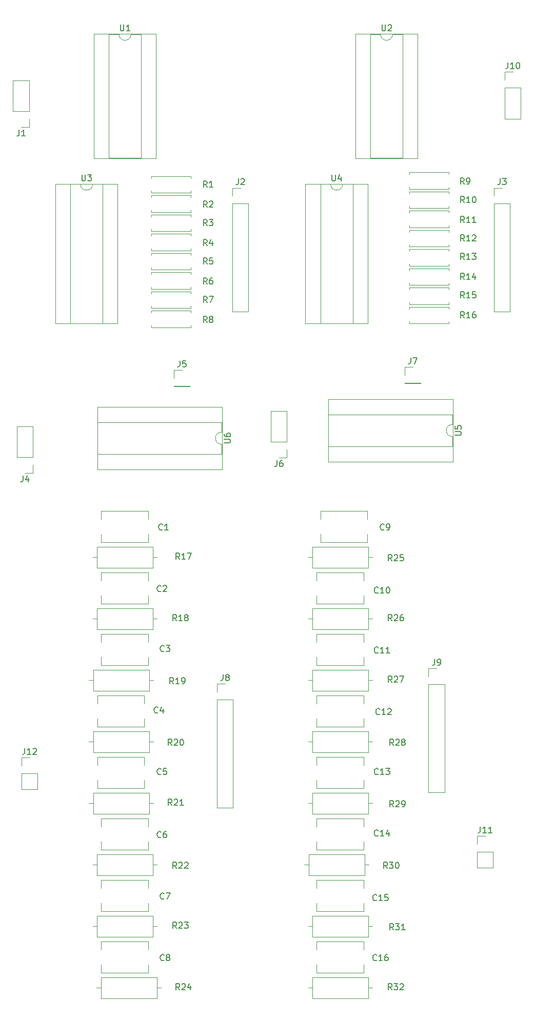
<source format=gbr>
%TF.GenerationSoftware,KiCad,Pcbnew,(5.1.6)-1*%
%TF.CreationDate,2020-10-11T20:34:23-04:00*%
%TF.ProjectId,ir_emitter,69725f65-6d69-4747-9465-722e6b696361,v02*%
%TF.SameCoordinates,Original*%
%TF.FileFunction,Legend,Top*%
%TF.FilePolarity,Positive*%
%FSLAX46Y46*%
G04 Gerber Fmt 4.6, Leading zero omitted, Abs format (unit mm)*
G04 Created by KiCad (PCBNEW (5.1.6)-1) date 2020-10-11 20:34:23*
%MOMM*%
%LPD*%
G01*
G04 APERTURE LIST*
%ADD10C,0.120000*%
%ADD11C,0.150000*%
G04 APERTURE END LIST*
D10*
%TO.C,J12*%
X90872000Y-140402000D02*
X92202000Y-140402000D01*
X90872000Y-141732000D02*
X90872000Y-140402000D01*
X90872000Y-143002000D02*
X93532000Y-143002000D01*
X93532000Y-143002000D02*
X93532000Y-145602000D01*
X90872000Y-143002000D02*
X90872000Y-145602000D01*
X90872000Y-145602000D02*
X93532000Y-145602000D01*
%TO.C,J11*%
X166056000Y-153356000D02*
X167386000Y-153356000D01*
X166056000Y-154686000D02*
X166056000Y-153356000D01*
X166056000Y-155956000D02*
X168716000Y-155956000D01*
X168716000Y-155956000D02*
X168716000Y-158556000D01*
X166056000Y-155956000D02*
X166056000Y-158556000D01*
X166056000Y-158556000D02*
X168716000Y-158556000D01*
%TO.C,J10*%
X170628000Y-27118000D02*
X171958000Y-27118000D01*
X170628000Y-28448000D02*
X170628000Y-27118000D01*
X170628000Y-29718000D02*
X173288000Y-29718000D01*
X173288000Y-29718000D02*
X173288000Y-34858000D01*
X170628000Y-29718000D02*
X170628000Y-34858000D01*
X170628000Y-34858000D02*
X173288000Y-34858000D01*
%TO.C,C1*%
X111760000Y-103491000D02*
X111760000Y-104855000D01*
X111760000Y-99615000D02*
X111760000Y-100979000D01*
X104020000Y-103491000D02*
X104020000Y-104855000D01*
X104020000Y-99615000D02*
X104020000Y-100979000D01*
X104020000Y-104855000D02*
X111760000Y-104855000D01*
X104020000Y-99615000D02*
X111760000Y-99615000D01*
%TO.C,C2*%
X104020000Y-109775000D02*
X111760000Y-109775000D01*
X104020000Y-115015000D02*
X111760000Y-115015000D01*
X104020000Y-109775000D02*
X104020000Y-111139000D01*
X104020000Y-113651000D02*
X104020000Y-115015000D01*
X111760000Y-109775000D02*
X111760000Y-111139000D01*
X111760000Y-113651000D02*
X111760000Y-115015000D01*
%TO.C,C3*%
X104020000Y-119935000D02*
X111760000Y-119935000D01*
X104020000Y-125175000D02*
X111760000Y-125175000D01*
X104020000Y-119935000D02*
X104020000Y-121299000D01*
X104020000Y-123811000D02*
X104020000Y-125175000D01*
X111760000Y-119935000D02*
X111760000Y-121299000D01*
X111760000Y-123811000D02*
X111760000Y-125175000D01*
%TO.C,C4*%
X103385000Y-130095000D02*
X111125000Y-130095000D01*
X103385000Y-135335000D02*
X111125000Y-135335000D01*
X103385000Y-130095000D02*
X103385000Y-131459000D01*
X103385000Y-133971000D02*
X103385000Y-135335000D01*
X111125000Y-130095000D02*
X111125000Y-131459000D01*
X111125000Y-133971000D02*
X111125000Y-135335000D01*
%TO.C,C5*%
X111125000Y-144131000D02*
X111125000Y-145495000D01*
X111125000Y-140255000D02*
X111125000Y-141619000D01*
X103385000Y-144131000D02*
X103385000Y-145495000D01*
X103385000Y-140255000D02*
X103385000Y-141619000D01*
X103385000Y-145495000D02*
X111125000Y-145495000D01*
X103385000Y-140255000D02*
X111125000Y-140255000D01*
%TO.C,C6*%
X104020000Y-150415000D02*
X111760000Y-150415000D01*
X104020000Y-155655000D02*
X111760000Y-155655000D01*
X104020000Y-150415000D02*
X104020000Y-151779000D01*
X104020000Y-154291000D02*
X104020000Y-155655000D01*
X111760000Y-150415000D02*
X111760000Y-151779000D01*
X111760000Y-154291000D02*
X111760000Y-155655000D01*
%TO.C,C7*%
X111760000Y-164451000D02*
X111760000Y-165815000D01*
X111760000Y-160575000D02*
X111760000Y-161939000D01*
X104020000Y-164451000D02*
X104020000Y-165815000D01*
X104020000Y-160575000D02*
X104020000Y-161939000D01*
X104020000Y-165815000D02*
X111760000Y-165815000D01*
X104020000Y-160575000D02*
X111760000Y-160575000D01*
%TO.C,C8*%
X104020000Y-170735000D02*
X111760000Y-170735000D01*
X104020000Y-175975000D02*
X111760000Y-175975000D01*
X104020000Y-170735000D02*
X104020000Y-172099000D01*
X104020000Y-174611000D02*
X104020000Y-175975000D01*
X111760000Y-170735000D02*
X111760000Y-172099000D01*
X111760000Y-174611000D02*
X111760000Y-175975000D01*
%TO.C,C9*%
X140215000Y-99615000D02*
X147955000Y-99615000D01*
X140215000Y-104855000D02*
X147955000Y-104855000D01*
X140215000Y-99615000D02*
X140215000Y-100979000D01*
X140215000Y-103491000D02*
X140215000Y-104855000D01*
X147955000Y-99615000D02*
X147955000Y-100979000D01*
X147955000Y-103491000D02*
X147955000Y-104855000D01*
%TO.C,C10*%
X139580000Y-109775000D02*
X147320000Y-109775000D01*
X139580000Y-115015000D02*
X147320000Y-115015000D01*
X139580000Y-109775000D02*
X139580000Y-111139000D01*
X139580000Y-113651000D02*
X139580000Y-115015000D01*
X147320000Y-109775000D02*
X147320000Y-111139000D01*
X147320000Y-113651000D02*
X147320000Y-115015000D01*
%TO.C,C11*%
X139580000Y-119935000D02*
X147320000Y-119935000D01*
X139580000Y-125175000D02*
X147320000Y-125175000D01*
X139580000Y-119935000D02*
X139580000Y-121299000D01*
X139580000Y-123811000D02*
X139580000Y-125175000D01*
X147320000Y-119935000D02*
X147320000Y-121299000D01*
X147320000Y-123811000D02*
X147320000Y-125175000D01*
%TO.C,C12*%
X147320000Y-133971000D02*
X147320000Y-135335000D01*
X147320000Y-130095000D02*
X147320000Y-131459000D01*
X139580000Y-133971000D02*
X139580000Y-135335000D01*
X139580000Y-130095000D02*
X139580000Y-131459000D01*
X139580000Y-135335000D02*
X147320000Y-135335000D01*
X139580000Y-130095000D02*
X147320000Y-130095000D01*
%TO.C,C13*%
X147320000Y-144131000D02*
X147320000Y-145495000D01*
X147320000Y-140255000D02*
X147320000Y-141619000D01*
X139580000Y-144131000D02*
X139580000Y-145495000D01*
X139580000Y-140255000D02*
X139580000Y-141619000D01*
X139580000Y-145495000D02*
X147320000Y-145495000D01*
X139580000Y-140255000D02*
X147320000Y-140255000D01*
%TO.C,C14*%
X147320000Y-154291000D02*
X147320000Y-155655000D01*
X147320000Y-150415000D02*
X147320000Y-151779000D01*
X139580000Y-154291000D02*
X139580000Y-155655000D01*
X139580000Y-150415000D02*
X139580000Y-151779000D01*
X139580000Y-155655000D02*
X147320000Y-155655000D01*
X139580000Y-150415000D02*
X147320000Y-150415000D01*
%TO.C,C15*%
X139580000Y-160575000D02*
X147320000Y-160575000D01*
X139580000Y-165815000D02*
X147320000Y-165815000D01*
X139580000Y-160575000D02*
X139580000Y-161939000D01*
X139580000Y-164451000D02*
X139580000Y-165815000D01*
X147320000Y-160575000D02*
X147320000Y-161939000D01*
X147320000Y-164451000D02*
X147320000Y-165815000D01*
%TO.C,C16*%
X139580000Y-170735000D02*
X147320000Y-170735000D01*
X139580000Y-175975000D02*
X147320000Y-175975000D01*
X139580000Y-170735000D02*
X139580000Y-172099000D01*
X139580000Y-174611000D02*
X139580000Y-175975000D01*
X147320000Y-170735000D02*
X147320000Y-172099000D01*
X147320000Y-174611000D02*
X147320000Y-175975000D01*
%TO.C,J1*%
X92135000Y-36255000D02*
X90805000Y-36255000D01*
X92135000Y-34925000D02*
X92135000Y-36255000D01*
X92135000Y-33655000D02*
X89475000Y-33655000D01*
X89475000Y-33655000D02*
X89475000Y-28515000D01*
X92135000Y-33655000D02*
X92135000Y-28515000D01*
X92135000Y-28515000D02*
X89475000Y-28515000D01*
%TO.C,J2*%
X125670000Y-66735000D02*
X128330000Y-66735000D01*
X125670000Y-48895000D02*
X125670000Y-66735000D01*
X128330000Y-48895000D02*
X128330000Y-66735000D01*
X125670000Y-48895000D02*
X128330000Y-48895000D01*
X125670000Y-47625000D02*
X125670000Y-46295000D01*
X125670000Y-46295000D02*
X127000000Y-46295000D01*
%TO.C,J3*%
X168850000Y-46295000D02*
X170180000Y-46295000D01*
X168850000Y-47625000D02*
X168850000Y-46295000D01*
X168850000Y-48895000D02*
X171510000Y-48895000D01*
X171510000Y-48895000D02*
X171510000Y-66735000D01*
X168850000Y-48895000D02*
X168850000Y-66735000D01*
X168850000Y-66735000D02*
X171510000Y-66735000D01*
%TO.C,J4*%
X92770000Y-85665000D02*
X90110000Y-85665000D01*
X92770000Y-90805000D02*
X92770000Y-85665000D01*
X90110000Y-90805000D02*
X90110000Y-85665000D01*
X92770000Y-90805000D02*
X90110000Y-90805000D01*
X92770000Y-92075000D02*
X92770000Y-93405000D01*
X92770000Y-93405000D02*
X91440000Y-93405000D01*
%TO.C,J5*%
X116018000Y-76394000D02*
X117348000Y-76394000D01*
X116018000Y-77724000D02*
X116018000Y-76394000D01*
X116018000Y-78994000D02*
X118678000Y-78994000D01*
X118678000Y-78994000D02*
X118678000Y-79054000D01*
X116018000Y-78994000D02*
X116018000Y-79054000D01*
X116018000Y-79054000D02*
X118678000Y-79054000D01*
%TO.C,J6*%
X134680000Y-83125000D02*
X132020000Y-83125000D01*
X134680000Y-88265000D02*
X134680000Y-83125000D01*
X132020000Y-88265000D02*
X132020000Y-83125000D01*
X134680000Y-88265000D02*
X132020000Y-88265000D01*
X134680000Y-89535000D02*
X134680000Y-90865000D01*
X134680000Y-90865000D02*
X133350000Y-90865000D01*
%TO.C,J7*%
X154118000Y-75886000D02*
X155448000Y-75886000D01*
X154118000Y-77216000D02*
X154118000Y-75886000D01*
X154118000Y-78486000D02*
X156778000Y-78486000D01*
X156778000Y-78486000D02*
X156778000Y-78546000D01*
X154118000Y-78486000D02*
X154118000Y-78546000D01*
X154118000Y-78546000D02*
X156778000Y-78546000D01*
%TO.C,J8*%
X123130000Y-148650000D02*
X125790000Y-148650000D01*
X123130000Y-130810000D02*
X123130000Y-148650000D01*
X125790000Y-130810000D02*
X125790000Y-148650000D01*
X123130000Y-130810000D02*
X125790000Y-130810000D01*
X123130000Y-129540000D02*
X123130000Y-128210000D01*
X123130000Y-128210000D02*
X124460000Y-128210000D01*
%TO.C,J9*%
X158055000Y-146110000D02*
X160715000Y-146110000D01*
X158055000Y-128270000D02*
X158055000Y-146110000D01*
X160715000Y-128270000D02*
X160715000Y-146110000D01*
X158055000Y-128270000D02*
X160715000Y-128270000D01*
X158055000Y-127000000D02*
X158055000Y-125670000D01*
X158055000Y-125670000D02*
X159385000Y-125670000D01*
%TO.C,R1*%
X118840000Y-46760000D02*
X118840000Y-47090000D01*
X118840000Y-47090000D02*
X112300000Y-47090000D01*
X112300000Y-47090000D02*
X112300000Y-46760000D01*
X118840000Y-44680000D02*
X118840000Y-44350000D01*
X118840000Y-44350000D02*
X112300000Y-44350000D01*
X112300000Y-44350000D02*
X112300000Y-44680000D01*
%TO.C,R2*%
X118840000Y-49935000D02*
X118840000Y-50265000D01*
X118840000Y-50265000D02*
X112300000Y-50265000D01*
X112300000Y-50265000D02*
X112300000Y-49935000D01*
X118840000Y-47855000D02*
X118840000Y-47525000D01*
X118840000Y-47525000D02*
X112300000Y-47525000D01*
X112300000Y-47525000D02*
X112300000Y-47855000D01*
%TO.C,R3*%
X112300000Y-50700000D02*
X112300000Y-51030000D01*
X118840000Y-50700000D02*
X112300000Y-50700000D01*
X118840000Y-51030000D02*
X118840000Y-50700000D01*
X112300000Y-53440000D02*
X112300000Y-53110000D01*
X118840000Y-53440000D02*
X112300000Y-53440000D01*
X118840000Y-53110000D02*
X118840000Y-53440000D01*
%TO.C,R4*%
X112300000Y-53875000D02*
X112300000Y-54205000D01*
X118840000Y-53875000D02*
X112300000Y-53875000D01*
X118840000Y-54205000D02*
X118840000Y-53875000D01*
X112300000Y-56615000D02*
X112300000Y-56285000D01*
X118840000Y-56615000D02*
X112300000Y-56615000D01*
X118840000Y-56285000D02*
X118840000Y-56615000D01*
%TO.C,R5*%
X118840000Y-59460000D02*
X118840000Y-59790000D01*
X118840000Y-59790000D02*
X112300000Y-59790000D01*
X112300000Y-59790000D02*
X112300000Y-59460000D01*
X118840000Y-57380000D02*
X118840000Y-57050000D01*
X118840000Y-57050000D02*
X112300000Y-57050000D01*
X112300000Y-57050000D02*
X112300000Y-57380000D01*
%TO.C,R6*%
X112300000Y-60225000D02*
X112300000Y-60555000D01*
X118840000Y-60225000D02*
X112300000Y-60225000D01*
X118840000Y-60555000D02*
X118840000Y-60225000D01*
X112300000Y-62965000D02*
X112300000Y-62635000D01*
X118840000Y-62965000D02*
X112300000Y-62965000D01*
X118840000Y-62635000D02*
X118840000Y-62965000D01*
%TO.C,R7*%
X118840000Y-65810000D02*
X118840000Y-66140000D01*
X118840000Y-66140000D02*
X112300000Y-66140000D01*
X112300000Y-66140000D02*
X112300000Y-65810000D01*
X118840000Y-63730000D02*
X118840000Y-63400000D01*
X118840000Y-63400000D02*
X112300000Y-63400000D01*
X112300000Y-63400000D02*
X112300000Y-63730000D01*
%TO.C,R8*%
X112300000Y-66575000D02*
X112300000Y-66905000D01*
X118840000Y-66575000D02*
X112300000Y-66575000D01*
X118840000Y-66905000D02*
X118840000Y-66575000D01*
X112300000Y-69315000D02*
X112300000Y-68985000D01*
X118840000Y-69315000D02*
X112300000Y-69315000D01*
X118840000Y-68985000D02*
X118840000Y-69315000D01*
%TO.C,R9*%
X161385000Y-46125000D02*
X161385000Y-46455000D01*
X161385000Y-46455000D02*
X154845000Y-46455000D01*
X154845000Y-46455000D02*
X154845000Y-46125000D01*
X161385000Y-44045000D02*
X161385000Y-43715000D01*
X161385000Y-43715000D02*
X154845000Y-43715000D01*
X154845000Y-43715000D02*
X154845000Y-44045000D01*
%TO.C,R10*%
X161385000Y-49300000D02*
X161385000Y-49630000D01*
X161385000Y-49630000D02*
X154845000Y-49630000D01*
X154845000Y-49630000D02*
X154845000Y-49300000D01*
X161385000Y-47220000D02*
X161385000Y-46890000D01*
X161385000Y-46890000D02*
X154845000Y-46890000D01*
X154845000Y-46890000D02*
X154845000Y-47220000D01*
%TO.C,R11*%
X154845000Y-50065000D02*
X154845000Y-50395000D01*
X161385000Y-50065000D02*
X154845000Y-50065000D01*
X161385000Y-50395000D02*
X161385000Y-50065000D01*
X154845000Y-52805000D02*
X154845000Y-52475000D01*
X161385000Y-52805000D02*
X154845000Y-52805000D01*
X161385000Y-52475000D02*
X161385000Y-52805000D01*
%TO.C,R12*%
X154845000Y-53240000D02*
X154845000Y-53570000D01*
X161385000Y-53240000D02*
X154845000Y-53240000D01*
X161385000Y-53570000D02*
X161385000Y-53240000D01*
X154845000Y-55980000D02*
X154845000Y-55650000D01*
X161385000Y-55980000D02*
X154845000Y-55980000D01*
X161385000Y-55650000D02*
X161385000Y-55980000D01*
%TO.C,R13*%
X154845000Y-56415000D02*
X154845000Y-56745000D01*
X161385000Y-56415000D02*
X154845000Y-56415000D01*
X161385000Y-56745000D02*
X161385000Y-56415000D01*
X154845000Y-59155000D02*
X154845000Y-58825000D01*
X161385000Y-59155000D02*
X154845000Y-59155000D01*
X161385000Y-58825000D02*
X161385000Y-59155000D01*
%TO.C,R14*%
X161385000Y-62000000D02*
X161385000Y-62330000D01*
X161385000Y-62330000D02*
X154845000Y-62330000D01*
X154845000Y-62330000D02*
X154845000Y-62000000D01*
X161385000Y-59920000D02*
X161385000Y-59590000D01*
X161385000Y-59590000D02*
X154845000Y-59590000D01*
X154845000Y-59590000D02*
X154845000Y-59920000D01*
%TO.C,R15*%
X154845000Y-62765000D02*
X154845000Y-63095000D01*
X161385000Y-62765000D02*
X154845000Y-62765000D01*
X161385000Y-63095000D02*
X161385000Y-62765000D01*
X154845000Y-65505000D02*
X154845000Y-65175000D01*
X161385000Y-65505000D02*
X154845000Y-65505000D01*
X161385000Y-65175000D02*
X161385000Y-65505000D01*
%TO.C,R16*%
X161385000Y-68350000D02*
X161385000Y-68680000D01*
X161385000Y-68680000D02*
X154845000Y-68680000D01*
X154845000Y-68680000D02*
X154845000Y-68350000D01*
X161385000Y-66270000D02*
X161385000Y-65940000D01*
X161385000Y-65940000D02*
X154845000Y-65940000D01*
X154845000Y-65940000D02*
X154845000Y-66270000D01*
%TO.C,R17*%
X113260000Y-107315000D02*
X112570000Y-107315000D01*
X102640000Y-107315000D02*
X103330000Y-107315000D01*
X112570000Y-105595000D02*
X103330000Y-105595000D01*
X112570000Y-109035000D02*
X112570000Y-105595000D01*
X103330000Y-109035000D02*
X112570000Y-109035000D01*
X103330000Y-105595000D02*
X103330000Y-109035000D01*
%TO.C,R18*%
X113260000Y-117475000D02*
X112570000Y-117475000D01*
X102640000Y-117475000D02*
X103330000Y-117475000D01*
X112570000Y-115755000D02*
X103330000Y-115755000D01*
X112570000Y-119195000D02*
X112570000Y-115755000D01*
X103330000Y-119195000D02*
X112570000Y-119195000D01*
X103330000Y-115755000D02*
X103330000Y-119195000D01*
%TO.C,R19*%
X102695000Y-125915000D02*
X102695000Y-129355000D01*
X102695000Y-129355000D02*
X111935000Y-129355000D01*
X111935000Y-129355000D02*
X111935000Y-125915000D01*
X111935000Y-125915000D02*
X102695000Y-125915000D01*
X102005000Y-127635000D02*
X102695000Y-127635000D01*
X112625000Y-127635000D02*
X111935000Y-127635000D01*
%TO.C,R20*%
X102695000Y-136075000D02*
X102695000Y-139515000D01*
X102695000Y-139515000D02*
X111935000Y-139515000D01*
X111935000Y-139515000D02*
X111935000Y-136075000D01*
X111935000Y-136075000D02*
X102695000Y-136075000D01*
X102005000Y-137795000D02*
X102695000Y-137795000D01*
X112625000Y-137795000D02*
X111935000Y-137795000D01*
%TO.C,R21*%
X102695000Y-146235000D02*
X102695000Y-149675000D01*
X102695000Y-149675000D02*
X111935000Y-149675000D01*
X111935000Y-149675000D02*
X111935000Y-146235000D01*
X111935000Y-146235000D02*
X102695000Y-146235000D01*
X102005000Y-147955000D02*
X102695000Y-147955000D01*
X112625000Y-147955000D02*
X111935000Y-147955000D01*
%TO.C,R22*%
X113260000Y-158115000D02*
X112570000Y-158115000D01*
X102640000Y-158115000D02*
X103330000Y-158115000D01*
X112570000Y-156395000D02*
X103330000Y-156395000D01*
X112570000Y-159835000D02*
X112570000Y-156395000D01*
X103330000Y-159835000D02*
X112570000Y-159835000D01*
X103330000Y-156395000D02*
X103330000Y-159835000D01*
%TO.C,R23*%
X103330000Y-166555000D02*
X103330000Y-169995000D01*
X103330000Y-169995000D02*
X112570000Y-169995000D01*
X112570000Y-169995000D02*
X112570000Y-166555000D01*
X112570000Y-166555000D02*
X103330000Y-166555000D01*
X102640000Y-168275000D02*
X103330000Y-168275000D01*
X113260000Y-168275000D02*
X112570000Y-168275000D01*
%TO.C,R24*%
X113895000Y-178435000D02*
X113205000Y-178435000D01*
X103275000Y-178435000D02*
X103965000Y-178435000D01*
X113205000Y-176715000D02*
X103965000Y-176715000D01*
X113205000Y-180155000D02*
X113205000Y-176715000D01*
X103965000Y-180155000D02*
X113205000Y-180155000D01*
X103965000Y-176715000D02*
X103965000Y-180155000D01*
%TO.C,R25*%
X148820000Y-107315000D02*
X148130000Y-107315000D01*
X138200000Y-107315000D02*
X138890000Y-107315000D01*
X148130000Y-105595000D02*
X138890000Y-105595000D01*
X148130000Y-109035000D02*
X148130000Y-105595000D01*
X138890000Y-109035000D02*
X148130000Y-109035000D01*
X138890000Y-105595000D02*
X138890000Y-109035000D01*
%TO.C,R26*%
X138890000Y-115755000D02*
X138890000Y-119195000D01*
X138890000Y-119195000D02*
X148130000Y-119195000D01*
X148130000Y-119195000D02*
X148130000Y-115755000D01*
X148130000Y-115755000D02*
X138890000Y-115755000D01*
X138200000Y-117475000D02*
X138890000Y-117475000D01*
X148820000Y-117475000D02*
X148130000Y-117475000D01*
%TO.C,R27*%
X148820000Y-127635000D02*
X148130000Y-127635000D01*
X138200000Y-127635000D02*
X138890000Y-127635000D01*
X148130000Y-125915000D02*
X138890000Y-125915000D01*
X148130000Y-129355000D02*
X148130000Y-125915000D01*
X138890000Y-129355000D02*
X148130000Y-129355000D01*
X138890000Y-125915000D02*
X138890000Y-129355000D01*
%TO.C,R28*%
X138890000Y-136075000D02*
X138890000Y-139515000D01*
X138890000Y-139515000D02*
X148130000Y-139515000D01*
X148130000Y-139515000D02*
X148130000Y-136075000D01*
X148130000Y-136075000D02*
X138890000Y-136075000D01*
X138200000Y-137795000D02*
X138890000Y-137795000D01*
X148820000Y-137795000D02*
X148130000Y-137795000D01*
%TO.C,R29*%
X148820000Y-147955000D02*
X148130000Y-147955000D01*
X138200000Y-147955000D02*
X138890000Y-147955000D01*
X148130000Y-146235000D02*
X138890000Y-146235000D01*
X148130000Y-149675000D02*
X148130000Y-146235000D01*
X138890000Y-149675000D02*
X148130000Y-149675000D01*
X138890000Y-146235000D02*
X138890000Y-149675000D01*
%TO.C,R30*%
X138255000Y-156395000D02*
X138255000Y-159835000D01*
X138255000Y-159835000D02*
X147495000Y-159835000D01*
X147495000Y-159835000D02*
X147495000Y-156395000D01*
X147495000Y-156395000D02*
X138255000Y-156395000D01*
X137565000Y-158115000D02*
X138255000Y-158115000D01*
X148185000Y-158115000D02*
X147495000Y-158115000D01*
%TO.C,R31*%
X148820000Y-168275000D02*
X148130000Y-168275000D01*
X138200000Y-168275000D02*
X138890000Y-168275000D01*
X148130000Y-166555000D02*
X138890000Y-166555000D01*
X148130000Y-169995000D02*
X148130000Y-166555000D01*
X138890000Y-169995000D02*
X148130000Y-169995000D01*
X138890000Y-166555000D02*
X138890000Y-169995000D01*
%TO.C,R32*%
X138890000Y-176715000D02*
X138890000Y-180155000D01*
X138890000Y-180155000D02*
X148130000Y-180155000D01*
X148130000Y-180155000D02*
X148130000Y-176715000D01*
X148130000Y-176715000D02*
X138890000Y-176715000D01*
X138200000Y-178435000D02*
X138890000Y-178435000D01*
X148820000Y-178435000D02*
X148130000Y-178435000D01*
%TO.C,U1*%
X113090000Y-20835000D02*
X102810000Y-20835000D01*
X113090000Y-41395000D02*
X113090000Y-20835000D01*
X102810000Y-41395000D02*
X113090000Y-41395000D01*
X102810000Y-20835000D02*
X102810000Y-41395000D01*
X110600000Y-20895000D02*
X108950000Y-20895000D01*
X110600000Y-41335000D02*
X110600000Y-20895000D01*
X105300000Y-41335000D02*
X110600000Y-41335000D01*
X105300000Y-20895000D02*
X105300000Y-41335000D01*
X106950000Y-20895000D02*
X105300000Y-20895000D01*
X108950000Y-20895000D02*
G75*
G02*
X106950000Y-20895000I-1000000J0D01*
G01*
%TO.C,U2*%
X150130000Y-20895000D02*
X148480000Y-20895000D01*
X148480000Y-20895000D02*
X148480000Y-41335000D01*
X148480000Y-41335000D02*
X153780000Y-41335000D01*
X153780000Y-41335000D02*
X153780000Y-20895000D01*
X153780000Y-20895000D02*
X152130000Y-20895000D01*
X145990000Y-20835000D02*
X145990000Y-41395000D01*
X145990000Y-41395000D02*
X156270000Y-41395000D01*
X156270000Y-41395000D02*
X156270000Y-20835000D01*
X156270000Y-20835000D02*
X145990000Y-20835000D01*
X152130000Y-20895000D02*
G75*
G02*
X150130000Y-20895000I-1000000J0D01*
G01*
%TO.C,U3*%
X106740000Y-45600000D02*
X96460000Y-45600000D01*
X106740000Y-68700000D02*
X106740000Y-45600000D01*
X96460000Y-68700000D02*
X106740000Y-68700000D01*
X96460000Y-45600000D02*
X96460000Y-68700000D01*
X104250000Y-45660000D02*
X102600000Y-45660000D01*
X104250000Y-68640000D02*
X104250000Y-45660000D01*
X98950000Y-68640000D02*
X104250000Y-68640000D01*
X98950000Y-45660000D02*
X98950000Y-68640000D01*
X100600000Y-45660000D02*
X98950000Y-45660000D01*
X102600000Y-45660000D02*
G75*
G02*
X100600000Y-45660000I-1000000J0D01*
G01*
%TO.C,U4*%
X141875000Y-45660000D02*
X140225000Y-45660000D01*
X140225000Y-45660000D02*
X140225000Y-68640000D01*
X140225000Y-68640000D02*
X145525000Y-68640000D01*
X145525000Y-68640000D02*
X145525000Y-45660000D01*
X145525000Y-45660000D02*
X143875000Y-45660000D01*
X137735000Y-45600000D02*
X137735000Y-68700000D01*
X137735000Y-68700000D02*
X148015000Y-68700000D01*
X148015000Y-68700000D02*
X148015000Y-45600000D01*
X148015000Y-45600000D02*
X137735000Y-45600000D01*
X143875000Y-45660000D02*
G75*
G02*
X141875000Y-45660000I-1000000J0D01*
G01*
%TO.C,U5*%
X162045000Y-91500000D02*
X162045000Y-81220000D01*
X141485000Y-91500000D02*
X162045000Y-91500000D01*
X141485000Y-81220000D02*
X141485000Y-91500000D01*
X162045000Y-81220000D02*
X141485000Y-81220000D01*
X161985000Y-89010000D02*
X161985000Y-87360000D01*
X141545000Y-89010000D02*
X161985000Y-89010000D01*
X141545000Y-83710000D02*
X141545000Y-89010000D01*
X161985000Y-83710000D02*
X141545000Y-83710000D01*
X161985000Y-85360000D02*
X161985000Y-83710000D01*
X161985000Y-87360000D02*
G75*
G02*
X161985000Y-85360000I0J1000000D01*
G01*
%TO.C,U6*%
X123945000Y-92770000D02*
X123945000Y-82490000D01*
X103385000Y-92770000D02*
X123945000Y-92770000D01*
X103385000Y-82490000D02*
X103385000Y-92770000D01*
X123945000Y-82490000D02*
X103385000Y-82490000D01*
X123885000Y-90280000D02*
X123885000Y-88630000D01*
X103445000Y-90280000D02*
X123885000Y-90280000D01*
X103445000Y-84980000D02*
X103445000Y-90280000D01*
X123885000Y-84980000D02*
X103445000Y-84980000D01*
X123885000Y-86630000D02*
X123885000Y-84980000D01*
X123885000Y-88630000D02*
G75*
G02*
X123885000Y-86630000I0J1000000D01*
G01*
%TO.C,J12*%
D11*
X91392476Y-138854380D02*
X91392476Y-139568666D01*
X91344857Y-139711523D01*
X91249619Y-139806761D01*
X91106761Y-139854380D01*
X91011523Y-139854380D01*
X92392476Y-139854380D02*
X91821047Y-139854380D01*
X92106761Y-139854380D02*
X92106761Y-138854380D01*
X92011523Y-138997238D01*
X91916285Y-139092476D01*
X91821047Y-139140095D01*
X92773428Y-138949619D02*
X92821047Y-138902000D01*
X92916285Y-138854380D01*
X93154380Y-138854380D01*
X93249619Y-138902000D01*
X93297238Y-138949619D01*
X93344857Y-139044857D01*
X93344857Y-139140095D01*
X93297238Y-139282952D01*
X92725809Y-139854380D01*
X93344857Y-139854380D01*
%TO.C,J11*%
X166576476Y-151808380D02*
X166576476Y-152522666D01*
X166528857Y-152665523D01*
X166433619Y-152760761D01*
X166290761Y-152808380D01*
X166195523Y-152808380D01*
X167576476Y-152808380D02*
X167005047Y-152808380D01*
X167290761Y-152808380D02*
X167290761Y-151808380D01*
X167195523Y-151951238D01*
X167100285Y-152046476D01*
X167005047Y-152094095D01*
X168528857Y-152808380D02*
X167957428Y-152808380D01*
X168243142Y-152808380D02*
X168243142Y-151808380D01*
X168147904Y-151951238D01*
X168052666Y-152046476D01*
X167957428Y-152094095D01*
%TO.C,J10*%
X171148476Y-25570380D02*
X171148476Y-26284666D01*
X171100857Y-26427523D01*
X171005619Y-26522761D01*
X170862761Y-26570380D01*
X170767523Y-26570380D01*
X172148476Y-26570380D02*
X171577047Y-26570380D01*
X171862761Y-26570380D02*
X171862761Y-25570380D01*
X171767523Y-25713238D01*
X171672285Y-25808476D01*
X171577047Y-25856095D01*
X172767523Y-25570380D02*
X172862761Y-25570380D01*
X172958000Y-25618000D01*
X173005619Y-25665619D01*
X173053238Y-25760857D01*
X173100857Y-25951333D01*
X173100857Y-26189428D01*
X173053238Y-26379904D01*
X173005619Y-26475142D01*
X172958000Y-26522761D01*
X172862761Y-26570380D01*
X172767523Y-26570380D01*
X172672285Y-26522761D01*
X172624666Y-26475142D01*
X172577047Y-26379904D01*
X172529428Y-26189428D01*
X172529428Y-25951333D01*
X172577047Y-25760857D01*
X172624666Y-25665619D01*
X172672285Y-25618000D01*
X172767523Y-25570380D01*
%TO.C,C1*%
X114133333Y-102719142D02*
X114085714Y-102766761D01*
X113942857Y-102814380D01*
X113847619Y-102814380D01*
X113704761Y-102766761D01*
X113609523Y-102671523D01*
X113561904Y-102576285D01*
X113514285Y-102385809D01*
X113514285Y-102242952D01*
X113561904Y-102052476D01*
X113609523Y-101957238D01*
X113704761Y-101862000D01*
X113847619Y-101814380D01*
X113942857Y-101814380D01*
X114085714Y-101862000D01*
X114133333Y-101909619D01*
X115085714Y-102814380D02*
X114514285Y-102814380D01*
X114800000Y-102814380D02*
X114800000Y-101814380D01*
X114704761Y-101957238D01*
X114609523Y-102052476D01*
X114514285Y-102100095D01*
%TO.C,C2*%
X113879333Y-112879142D02*
X113831714Y-112926761D01*
X113688857Y-112974380D01*
X113593619Y-112974380D01*
X113450761Y-112926761D01*
X113355523Y-112831523D01*
X113307904Y-112736285D01*
X113260285Y-112545809D01*
X113260285Y-112402952D01*
X113307904Y-112212476D01*
X113355523Y-112117238D01*
X113450761Y-112022000D01*
X113593619Y-111974380D01*
X113688857Y-111974380D01*
X113831714Y-112022000D01*
X113879333Y-112069619D01*
X114260285Y-112069619D02*
X114307904Y-112022000D01*
X114403142Y-111974380D01*
X114641238Y-111974380D01*
X114736476Y-112022000D01*
X114784095Y-112069619D01*
X114831714Y-112164857D01*
X114831714Y-112260095D01*
X114784095Y-112402952D01*
X114212666Y-112974380D01*
X114831714Y-112974380D01*
%TO.C,C3*%
X114387333Y-122785142D02*
X114339714Y-122832761D01*
X114196857Y-122880380D01*
X114101619Y-122880380D01*
X113958761Y-122832761D01*
X113863523Y-122737523D01*
X113815904Y-122642285D01*
X113768285Y-122451809D01*
X113768285Y-122308952D01*
X113815904Y-122118476D01*
X113863523Y-122023238D01*
X113958761Y-121928000D01*
X114101619Y-121880380D01*
X114196857Y-121880380D01*
X114339714Y-121928000D01*
X114387333Y-121975619D01*
X114720666Y-121880380D02*
X115339714Y-121880380D01*
X115006380Y-122261333D01*
X115149238Y-122261333D01*
X115244476Y-122308952D01*
X115292095Y-122356571D01*
X115339714Y-122451809D01*
X115339714Y-122689904D01*
X115292095Y-122785142D01*
X115244476Y-122832761D01*
X115149238Y-122880380D01*
X114863523Y-122880380D01*
X114768285Y-122832761D01*
X114720666Y-122785142D01*
%TO.C,C4*%
X113371333Y-132945142D02*
X113323714Y-132992761D01*
X113180857Y-133040380D01*
X113085619Y-133040380D01*
X112942761Y-132992761D01*
X112847523Y-132897523D01*
X112799904Y-132802285D01*
X112752285Y-132611809D01*
X112752285Y-132468952D01*
X112799904Y-132278476D01*
X112847523Y-132183238D01*
X112942761Y-132088000D01*
X113085619Y-132040380D01*
X113180857Y-132040380D01*
X113323714Y-132088000D01*
X113371333Y-132135619D01*
X114228476Y-132373714D02*
X114228476Y-133040380D01*
X113990380Y-131992761D02*
X113752285Y-132707047D01*
X114371333Y-132707047D01*
%TO.C,C5*%
X113879333Y-143105142D02*
X113831714Y-143152761D01*
X113688857Y-143200380D01*
X113593619Y-143200380D01*
X113450761Y-143152761D01*
X113355523Y-143057523D01*
X113307904Y-142962285D01*
X113260285Y-142771809D01*
X113260285Y-142628952D01*
X113307904Y-142438476D01*
X113355523Y-142343238D01*
X113450761Y-142248000D01*
X113593619Y-142200380D01*
X113688857Y-142200380D01*
X113831714Y-142248000D01*
X113879333Y-142295619D01*
X114784095Y-142200380D02*
X114307904Y-142200380D01*
X114260285Y-142676571D01*
X114307904Y-142628952D01*
X114403142Y-142581333D01*
X114641238Y-142581333D01*
X114736476Y-142628952D01*
X114784095Y-142676571D01*
X114831714Y-142771809D01*
X114831714Y-143009904D01*
X114784095Y-143105142D01*
X114736476Y-143152761D01*
X114641238Y-143200380D01*
X114403142Y-143200380D01*
X114307904Y-143152761D01*
X114260285Y-143105142D01*
%TO.C,C6*%
X113879333Y-153519142D02*
X113831714Y-153566761D01*
X113688857Y-153614380D01*
X113593619Y-153614380D01*
X113450761Y-153566761D01*
X113355523Y-153471523D01*
X113307904Y-153376285D01*
X113260285Y-153185809D01*
X113260285Y-153042952D01*
X113307904Y-152852476D01*
X113355523Y-152757238D01*
X113450761Y-152662000D01*
X113593619Y-152614380D01*
X113688857Y-152614380D01*
X113831714Y-152662000D01*
X113879333Y-152709619D01*
X114736476Y-152614380D02*
X114546000Y-152614380D01*
X114450761Y-152662000D01*
X114403142Y-152709619D01*
X114307904Y-152852476D01*
X114260285Y-153042952D01*
X114260285Y-153423904D01*
X114307904Y-153519142D01*
X114355523Y-153566761D01*
X114450761Y-153614380D01*
X114641238Y-153614380D01*
X114736476Y-153566761D01*
X114784095Y-153519142D01*
X114831714Y-153423904D01*
X114831714Y-153185809D01*
X114784095Y-153090571D01*
X114736476Y-153042952D01*
X114641238Y-152995333D01*
X114450761Y-152995333D01*
X114355523Y-153042952D01*
X114307904Y-153090571D01*
X114260285Y-153185809D01*
%TO.C,C7*%
X114387333Y-163679142D02*
X114339714Y-163726761D01*
X114196857Y-163774380D01*
X114101619Y-163774380D01*
X113958761Y-163726761D01*
X113863523Y-163631523D01*
X113815904Y-163536285D01*
X113768285Y-163345809D01*
X113768285Y-163202952D01*
X113815904Y-163012476D01*
X113863523Y-162917238D01*
X113958761Y-162822000D01*
X114101619Y-162774380D01*
X114196857Y-162774380D01*
X114339714Y-162822000D01*
X114387333Y-162869619D01*
X114720666Y-162774380D02*
X115387333Y-162774380D01*
X114958761Y-163774380D01*
%TO.C,C8*%
X114387333Y-173839142D02*
X114339714Y-173886761D01*
X114196857Y-173934380D01*
X114101619Y-173934380D01*
X113958761Y-173886761D01*
X113863523Y-173791523D01*
X113815904Y-173696285D01*
X113768285Y-173505809D01*
X113768285Y-173362952D01*
X113815904Y-173172476D01*
X113863523Y-173077238D01*
X113958761Y-172982000D01*
X114101619Y-172934380D01*
X114196857Y-172934380D01*
X114339714Y-172982000D01*
X114387333Y-173029619D01*
X114958761Y-173362952D02*
X114863523Y-173315333D01*
X114815904Y-173267714D01*
X114768285Y-173172476D01*
X114768285Y-173124857D01*
X114815904Y-173029619D01*
X114863523Y-172982000D01*
X114958761Y-172934380D01*
X115149238Y-172934380D01*
X115244476Y-172982000D01*
X115292095Y-173029619D01*
X115339714Y-173124857D01*
X115339714Y-173172476D01*
X115292095Y-173267714D01*
X115244476Y-173315333D01*
X115149238Y-173362952D01*
X114958761Y-173362952D01*
X114863523Y-173410571D01*
X114815904Y-173458190D01*
X114768285Y-173553428D01*
X114768285Y-173743904D01*
X114815904Y-173839142D01*
X114863523Y-173886761D01*
X114958761Y-173934380D01*
X115149238Y-173934380D01*
X115244476Y-173886761D01*
X115292095Y-173839142D01*
X115339714Y-173743904D01*
X115339714Y-173553428D01*
X115292095Y-173458190D01*
X115244476Y-173410571D01*
X115149238Y-173362952D01*
%TO.C,C9*%
X150709333Y-102719142D02*
X150661714Y-102766761D01*
X150518857Y-102814380D01*
X150423619Y-102814380D01*
X150280761Y-102766761D01*
X150185523Y-102671523D01*
X150137904Y-102576285D01*
X150090285Y-102385809D01*
X150090285Y-102242952D01*
X150137904Y-102052476D01*
X150185523Y-101957238D01*
X150280761Y-101862000D01*
X150423619Y-101814380D01*
X150518857Y-101814380D01*
X150661714Y-101862000D01*
X150709333Y-101909619D01*
X151185523Y-102814380D02*
X151376000Y-102814380D01*
X151471238Y-102766761D01*
X151518857Y-102719142D01*
X151614095Y-102576285D01*
X151661714Y-102385809D01*
X151661714Y-102004857D01*
X151614095Y-101909619D01*
X151566476Y-101862000D01*
X151471238Y-101814380D01*
X151280761Y-101814380D01*
X151185523Y-101862000D01*
X151137904Y-101909619D01*
X151090285Y-102004857D01*
X151090285Y-102242952D01*
X151137904Y-102338190D01*
X151185523Y-102385809D01*
X151280761Y-102433428D01*
X151471238Y-102433428D01*
X151566476Y-102385809D01*
X151614095Y-102338190D01*
X151661714Y-102242952D01*
%TO.C,C10*%
X149725142Y-113133142D02*
X149677523Y-113180761D01*
X149534666Y-113228380D01*
X149439428Y-113228380D01*
X149296571Y-113180761D01*
X149201333Y-113085523D01*
X149153714Y-112990285D01*
X149106095Y-112799809D01*
X149106095Y-112656952D01*
X149153714Y-112466476D01*
X149201333Y-112371238D01*
X149296571Y-112276000D01*
X149439428Y-112228380D01*
X149534666Y-112228380D01*
X149677523Y-112276000D01*
X149725142Y-112323619D01*
X150677523Y-113228380D02*
X150106095Y-113228380D01*
X150391809Y-113228380D02*
X150391809Y-112228380D01*
X150296571Y-112371238D01*
X150201333Y-112466476D01*
X150106095Y-112514095D01*
X151296571Y-112228380D02*
X151391809Y-112228380D01*
X151487047Y-112276000D01*
X151534666Y-112323619D01*
X151582285Y-112418857D01*
X151629904Y-112609333D01*
X151629904Y-112847428D01*
X151582285Y-113037904D01*
X151534666Y-113133142D01*
X151487047Y-113180761D01*
X151391809Y-113228380D01*
X151296571Y-113228380D01*
X151201333Y-113180761D01*
X151153714Y-113133142D01*
X151106095Y-113037904D01*
X151058476Y-112847428D01*
X151058476Y-112609333D01*
X151106095Y-112418857D01*
X151153714Y-112323619D01*
X151201333Y-112276000D01*
X151296571Y-112228380D01*
%TO.C,C11*%
X149725142Y-123039142D02*
X149677523Y-123086761D01*
X149534666Y-123134380D01*
X149439428Y-123134380D01*
X149296571Y-123086761D01*
X149201333Y-122991523D01*
X149153714Y-122896285D01*
X149106095Y-122705809D01*
X149106095Y-122562952D01*
X149153714Y-122372476D01*
X149201333Y-122277238D01*
X149296571Y-122182000D01*
X149439428Y-122134380D01*
X149534666Y-122134380D01*
X149677523Y-122182000D01*
X149725142Y-122229619D01*
X150677523Y-123134380D02*
X150106095Y-123134380D01*
X150391809Y-123134380D02*
X150391809Y-122134380D01*
X150296571Y-122277238D01*
X150201333Y-122372476D01*
X150106095Y-122420095D01*
X151629904Y-123134380D02*
X151058476Y-123134380D01*
X151344190Y-123134380D02*
X151344190Y-122134380D01*
X151248952Y-122277238D01*
X151153714Y-122372476D01*
X151058476Y-122420095D01*
%TO.C,C12*%
X149979142Y-133199142D02*
X149931523Y-133246761D01*
X149788666Y-133294380D01*
X149693428Y-133294380D01*
X149550571Y-133246761D01*
X149455333Y-133151523D01*
X149407714Y-133056285D01*
X149360095Y-132865809D01*
X149360095Y-132722952D01*
X149407714Y-132532476D01*
X149455333Y-132437238D01*
X149550571Y-132342000D01*
X149693428Y-132294380D01*
X149788666Y-132294380D01*
X149931523Y-132342000D01*
X149979142Y-132389619D01*
X150931523Y-133294380D02*
X150360095Y-133294380D01*
X150645809Y-133294380D02*
X150645809Y-132294380D01*
X150550571Y-132437238D01*
X150455333Y-132532476D01*
X150360095Y-132580095D01*
X151312476Y-132389619D02*
X151360095Y-132342000D01*
X151455333Y-132294380D01*
X151693428Y-132294380D01*
X151788666Y-132342000D01*
X151836285Y-132389619D01*
X151883904Y-132484857D01*
X151883904Y-132580095D01*
X151836285Y-132722952D01*
X151264857Y-133294380D01*
X151883904Y-133294380D01*
%TO.C,C13*%
X149725142Y-143105142D02*
X149677523Y-143152761D01*
X149534666Y-143200380D01*
X149439428Y-143200380D01*
X149296571Y-143152761D01*
X149201333Y-143057523D01*
X149153714Y-142962285D01*
X149106095Y-142771809D01*
X149106095Y-142628952D01*
X149153714Y-142438476D01*
X149201333Y-142343238D01*
X149296571Y-142248000D01*
X149439428Y-142200380D01*
X149534666Y-142200380D01*
X149677523Y-142248000D01*
X149725142Y-142295619D01*
X150677523Y-143200380D02*
X150106095Y-143200380D01*
X150391809Y-143200380D02*
X150391809Y-142200380D01*
X150296571Y-142343238D01*
X150201333Y-142438476D01*
X150106095Y-142486095D01*
X151010857Y-142200380D02*
X151629904Y-142200380D01*
X151296571Y-142581333D01*
X151439428Y-142581333D01*
X151534666Y-142628952D01*
X151582285Y-142676571D01*
X151629904Y-142771809D01*
X151629904Y-143009904D01*
X151582285Y-143105142D01*
X151534666Y-143152761D01*
X151439428Y-143200380D01*
X151153714Y-143200380D01*
X151058476Y-143152761D01*
X151010857Y-143105142D01*
%TO.C,C14*%
X149725142Y-153265142D02*
X149677523Y-153312761D01*
X149534666Y-153360380D01*
X149439428Y-153360380D01*
X149296571Y-153312761D01*
X149201333Y-153217523D01*
X149153714Y-153122285D01*
X149106095Y-152931809D01*
X149106095Y-152788952D01*
X149153714Y-152598476D01*
X149201333Y-152503238D01*
X149296571Y-152408000D01*
X149439428Y-152360380D01*
X149534666Y-152360380D01*
X149677523Y-152408000D01*
X149725142Y-152455619D01*
X150677523Y-153360380D02*
X150106095Y-153360380D01*
X150391809Y-153360380D02*
X150391809Y-152360380D01*
X150296571Y-152503238D01*
X150201333Y-152598476D01*
X150106095Y-152646095D01*
X151534666Y-152693714D02*
X151534666Y-153360380D01*
X151296571Y-152312761D02*
X151058476Y-153027047D01*
X151677523Y-153027047D01*
%TO.C,C15*%
X149471142Y-163933142D02*
X149423523Y-163980761D01*
X149280666Y-164028380D01*
X149185428Y-164028380D01*
X149042571Y-163980761D01*
X148947333Y-163885523D01*
X148899714Y-163790285D01*
X148852095Y-163599809D01*
X148852095Y-163456952D01*
X148899714Y-163266476D01*
X148947333Y-163171238D01*
X149042571Y-163076000D01*
X149185428Y-163028380D01*
X149280666Y-163028380D01*
X149423523Y-163076000D01*
X149471142Y-163123619D01*
X150423523Y-164028380D02*
X149852095Y-164028380D01*
X150137809Y-164028380D02*
X150137809Y-163028380D01*
X150042571Y-163171238D01*
X149947333Y-163266476D01*
X149852095Y-163314095D01*
X151328285Y-163028380D02*
X150852095Y-163028380D01*
X150804476Y-163504571D01*
X150852095Y-163456952D01*
X150947333Y-163409333D01*
X151185428Y-163409333D01*
X151280666Y-163456952D01*
X151328285Y-163504571D01*
X151375904Y-163599809D01*
X151375904Y-163837904D01*
X151328285Y-163933142D01*
X151280666Y-163980761D01*
X151185428Y-164028380D01*
X150947333Y-164028380D01*
X150852095Y-163980761D01*
X150804476Y-163933142D01*
%TO.C,C16*%
X149471142Y-173839142D02*
X149423523Y-173886761D01*
X149280666Y-173934380D01*
X149185428Y-173934380D01*
X149042571Y-173886761D01*
X148947333Y-173791523D01*
X148899714Y-173696285D01*
X148852095Y-173505809D01*
X148852095Y-173362952D01*
X148899714Y-173172476D01*
X148947333Y-173077238D01*
X149042571Y-172982000D01*
X149185428Y-172934380D01*
X149280666Y-172934380D01*
X149423523Y-172982000D01*
X149471142Y-173029619D01*
X150423523Y-173934380D02*
X149852095Y-173934380D01*
X150137809Y-173934380D02*
X150137809Y-172934380D01*
X150042571Y-173077238D01*
X149947333Y-173172476D01*
X149852095Y-173220095D01*
X151280666Y-172934380D02*
X151090190Y-172934380D01*
X150994952Y-172982000D01*
X150947333Y-173029619D01*
X150852095Y-173172476D01*
X150804476Y-173362952D01*
X150804476Y-173743904D01*
X150852095Y-173839142D01*
X150899714Y-173886761D01*
X150994952Y-173934380D01*
X151185428Y-173934380D01*
X151280666Y-173886761D01*
X151328285Y-173839142D01*
X151375904Y-173743904D01*
X151375904Y-173505809D01*
X151328285Y-173410571D01*
X151280666Y-173362952D01*
X151185428Y-173315333D01*
X150994952Y-173315333D01*
X150899714Y-173362952D01*
X150852095Y-173410571D01*
X150804476Y-173505809D01*
%TO.C,J1*%
X90471666Y-36707380D02*
X90471666Y-37421666D01*
X90424047Y-37564523D01*
X90328809Y-37659761D01*
X90185952Y-37707380D01*
X90090714Y-37707380D01*
X91471666Y-37707380D02*
X90900238Y-37707380D01*
X91185952Y-37707380D02*
X91185952Y-36707380D01*
X91090714Y-36850238D01*
X90995476Y-36945476D01*
X90900238Y-36993095D01*
%TO.C,J2*%
X126666666Y-44747380D02*
X126666666Y-45461666D01*
X126619047Y-45604523D01*
X126523809Y-45699761D01*
X126380952Y-45747380D01*
X126285714Y-45747380D01*
X127095238Y-44842619D02*
X127142857Y-44795000D01*
X127238095Y-44747380D01*
X127476190Y-44747380D01*
X127571428Y-44795000D01*
X127619047Y-44842619D01*
X127666666Y-44937857D01*
X127666666Y-45033095D01*
X127619047Y-45175952D01*
X127047619Y-45747380D01*
X127666666Y-45747380D01*
%TO.C,J3*%
X169846666Y-44747380D02*
X169846666Y-45461666D01*
X169799047Y-45604523D01*
X169703809Y-45699761D01*
X169560952Y-45747380D01*
X169465714Y-45747380D01*
X170227619Y-44747380D02*
X170846666Y-44747380D01*
X170513333Y-45128333D01*
X170656190Y-45128333D01*
X170751428Y-45175952D01*
X170799047Y-45223571D01*
X170846666Y-45318809D01*
X170846666Y-45556904D01*
X170799047Y-45652142D01*
X170751428Y-45699761D01*
X170656190Y-45747380D01*
X170370476Y-45747380D01*
X170275238Y-45699761D01*
X170227619Y-45652142D01*
%TO.C,J4*%
X91106666Y-93857380D02*
X91106666Y-94571666D01*
X91059047Y-94714523D01*
X90963809Y-94809761D01*
X90820952Y-94857380D01*
X90725714Y-94857380D01*
X92011428Y-94190714D02*
X92011428Y-94857380D01*
X91773333Y-93809761D02*
X91535238Y-94524047D01*
X92154285Y-94524047D01*
%TO.C,J5*%
X117014666Y-74846380D02*
X117014666Y-75560666D01*
X116967047Y-75703523D01*
X116871809Y-75798761D01*
X116728952Y-75846380D01*
X116633714Y-75846380D01*
X117967047Y-74846380D02*
X117490857Y-74846380D01*
X117443238Y-75322571D01*
X117490857Y-75274952D01*
X117586095Y-75227333D01*
X117824190Y-75227333D01*
X117919428Y-75274952D01*
X117967047Y-75322571D01*
X118014666Y-75417809D01*
X118014666Y-75655904D01*
X117967047Y-75751142D01*
X117919428Y-75798761D01*
X117824190Y-75846380D01*
X117586095Y-75846380D01*
X117490857Y-75798761D01*
X117443238Y-75751142D01*
%TO.C,J6*%
X133016666Y-91317380D02*
X133016666Y-92031666D01*
X132969047Y-92174523D01*
X132873809Y-92269761D01*
X132730952Y-92317380D01*
X132635714Y-92317380D01*
X133921428Y-91317380D02*
X133730952Y-91317380D01*
X133635714Y-91365000D01*
X133588095Y-91412619D01*
X133492857Y-91555476D01*
X133445238Y-91745952D01*
X133445238Y-92126904D01*
X133492857Y-92222142D01*
X133540476Y-92269761D01*
X133635714Y-92317380D01*
X133826190Y-92317380D01*
X133921428Y-92269761D01*
X133969047Y-92222142D01*
X134016666Y-92126904D01*
X134016666Y-91888809D01*
X133969047Y-91793571D01*
X133921428Y-91745952D01*
X133826190Y-91698333D01*
X133635714Y-91698333D01*
X133540476Y-91745952D01*
X133492857Y-91793571D01*
X133445238Y-91888809D01*
%TO.C,J7*%
X155114666Y-74338380D02*
X155114666Y-75052666D01*
X155067047Y-75195523D01*
X154971809Y-75290761D01*
X154828952Y-75338380D01*
X154733714Y-75338380D01*
X155495619Y-74338380D02*
X156162285Y-74338380D01*
X155733714Y-75338380D01*
%TO.C,J8*%
X124126666Y-126662380D02*
X124126666Y-127376666D01*
X124079047Y-127519523D01*
X123983809Y-127614761D01*
X123840952Y-127662380D01*
X123745714Y-127662380D01*
X124745714Y-127090952D02*
X124650476Y-127043333D01*
X124602857Y-126995714D01*
X124555238Y-126900476D01*
X124555238Y-126852857D01*
X124602857Y-126757619D01*
X124650476Y-126710000D01*
X124745714Y-126662380D01*
X124936190Y-126662380D01*
X125031428Y-126710000D01*
X125079047Y-126757619D01*
X125126666Y-126852857D01*
X125126666Y-126900476D01*
X125079047Y-126995714D01*
X125031428Y-127043333D01*
X124936190Y-127090952D01*
X124745714Y-127090952D01*
X124650476Y-127138571D01*
X124602857Y-127186190D01*
X124555238Y-127281428D01*
X124555238Y-127471904D01*
X124602857Y-127567142D01*
X124650476Y-127614761D01*
X124745714Y-127662380D01*
X124936190Y-127662380D01*
X125031428Y-127614761D01*
X125079047Y-127567142D01*
X125126666Y-127471904D01*
X125126666Y-127281428D01*
X125079047Y-127186190D01*
X125031428Y-127138571D01*
X124936190Y-127090952D01*
%TO.C,J9*%
X159051666Y-124122380D02*
X159051666Y-124836666D01*
X159004047Y-124979523D01*
X158908809Y-125074761D01*
X158765952Y-125122380D01*
X158670714Y-125122380D01*
X159575476Y-125122380D02*
X159765952Y-125122380D01*
X159861190Y-125074761D01*
X159908809Y-125027142D01*
X160004047Y-124884285D01*
X160051666Y-124693809D01*
X160051666Y-124312857D01*
X160004047Y-124217619D01*
X159956428Y-124170000D01*
X159861190Y-124122380D01*
X159670714Y-124122380D01*
X159575476Y-124170000D01*
X159527857Y-124217619D01*
X159480238Y-124312857D01*
X159480238Y-124550952D01*
X159527857Y-124646190D01*
X159575476Y-124693809D01*
X159670714Y-124741428D01*
X159861190Y-124741428D01*
X159956428Y-124693809D01*
X160004047Y-124646190D01*
X160051666Y-124550952D01*
%TO.C,R1*%
X121499333Y-46172380D02*
X121166000Y-45696190D01*
X120927904Y-46172380D02*
X120927904Y-45172380D01*
X121308857Y-45172380D01*
X121404095Y-45220000D01*
X121451714Y-45267619D01*
X121499333Y-45362857D01*
X121499333Y-45505714D01*
X121451714Y-45600952D01*
X121404095Y-45648571D01*
X121308857Y-45696190D01*
X120927904Y-45696190D01*
X122451714Y-46172380D02*
X121880285Y-46172380D01*
X122166000Y-46172380D02*
X122166000Y-45172380D01*
X122070761Y-45315238D01*
X121975523Y-45410476D01*
X121880285Y-45458095D01*
%TO.C,R2*%
X121499333Y-49474380D02*
X121166000Y-48998190D01*
X120927904Y-49474380D02*
X120927904Y-48474380D01*
X121308857Y-48474380D01*
X121404095Y-48522000D01*
X121451714Y-48569619D01*
X121499333Y-48664857D01*
X121499333Y-48807714D01*
X121451714Y-48902952D01*
X121404095Y-48950571D01*
X121308857Y-48998190D01*
X120927904Y-48998190D01*
X121880285Y-48569619D02*
X121927904Y-48522000D01*
X122023142Y-48474380D01*
X122261238Y-48474380D01*
X122356476Y-48522000D01*
X122404095Y-48569619D01*
X122451714Y-48664857D01*
X122451714Y-48760095D01*
X122404095Y-48902952D01*
X121832666Y-49474380D01*
X122451714Y-49474380D01*
%TO.C,R3*%
X121499333Y-52522380D02*
X121166000Y-52046190D01*
X120927904Y-52522380D02*
X120927904Y-51522380D01*
X121308857Y-51522380D01*
X121404095Y-51570000D01*
X121451714Y-51617619D01*
X121499333Y-51712857D01*
X121499333Y-51855714D01*
X121451714Y-51950952D01*
X121404095Y-51998571D01*
X121308857Y-52046190D01*
X120927904Y-52046190D01*
X121832666Y-51522380D02*
X122451714Y-51522380D01*
X122118380Y-51903333D01*
X122261238Y-51903333D01*
X122356476Y-51950952D01*
X122404095Y-51998571D01*
X122451714Y-52093809D01*
X122451714Y-52331904D01*
X122404095Y-52427142D01*
X122356476Y-52474761D01*
X122261238Y-52522380D01*
X121975523Y-52522380D01*
X121880285Y-52474761D01*
X121832666Y-52427142D01*
%TO.C,R4*%
X121499333Y-55824380D02*
X121166000Y-55348190D01*
X120927904Y-55824380D02*
X120927904Y-54824380D01*
X121308857Y-54824380D01*
X121404095Y-54872000D01*
X121451714Y-54919619D01*
X121499333Y-55014857D01*
X121499333Y-55157714D01*
X121451714Y-55252952D01*
X121404095Y-55300571D01*
X121308857Y-55348190D01*
X120927904Y-55348190D01*
X122356476Y-55157714D02*
X122356476Y-55824380D01*
X122118380Y-54776761D02*
X121880285Y-55491047D01*
X122499333Y-55491047D01*
%TO.C,R5*%
X121499333Y-58872380D02*
X121166000Y-58396190D01*
X120927904Y-58872380D02*
X120927904Y-57872380D01*
X121308857Y-57872380D01*
X121404095Y-57920000D01*
X121451714Y-57967619D01*
X121499333Y-58062857D01*
X121499333Y-58205714D01*
X121451714Y-58300952D01*
X121404095Y-58348571D01*
X121308857Y-58396190D01*
X120927904Y-58396190D01*
X122404095Y-57872380D02*
X121927904Y-57872380D01*
X121880285Y-58348571D01*
X121927904Y-58300952D01*
X122023142Y-58253333D01*
X122261238Y-58253333D01*
X122356476Y-58300952D01*
X122404095Y-58348571D01*
X122451714Y-58443809D01*
X122451714Y-58681904D01*
X122404095Y-58777142D01*
X122356476Y-58824761D01*
X122261238Y-58872380D01*
X122023142Y-58872380D01*
X121927904Y-58824761D01*
X121880285Y-58777142D01*
%TO.C,R6*%
X121499333Y-62174380D02*
X121166000Y-61698190D01*
X120927904Y-62174380D02*
X120927904Y-61174380D01*
X121308857Y-61174380D01*
X121404095Y-61222000D01*
X121451714Y-61269619D01*
X121499333Y-61364857D01*
X121499333Y-61507714D01*
X121451714Y-61602952D01*
X121404095Y-61650571D01*
X121308857Y-61698190D01*
X120927904Y-61698190D01*
X122356476Y-61174380D02*
X122166000Y-61174380D01*
X122070761Y-61222000D01*
X122023142Y-61269619D01*
X121927904Y-61412476D01*
X121880285Y-61602952D01*
X121880285Y-61983904D01*
X121927904Y-62079142D01*
X121975523Y-62126761D01*
X122070761Y-62174380D01*
X122261238Y-62174380D01*
X122356476Y-62126761D01*
X122404095Y-62079142D01*
X122451714Y-61983904D01*
X122451714Y-61745809D01*
X122404095Y-61650571D01*
X122356476Y-61602952D01*
X122261238Y-61555333D01*
X122070761Y-61555333D01*
X121975523Y-61602952D01*
X121927904Y-61650571D01*
X121880285Y-61745809D01*
%TO.C,R7*%
X121499333Y-65222380D02*
X121166000Y-64746190D01*
X120927904Y-65222380D02*
X120927904Y-64222380D01*
X121308857Y-64222380D01*
X121404095Y-64270000D01*
X121451714Y-64317619D01*
X121499333Y-64412857D01*
X121499333Y-64555714D01*
X121451714Y-64650952D01*
X121404095Y-64698571D01*
X121308857Y-64746190D01*
X120927904Y-64746190D01*
X121832666Y-64222380D02*
X122499333Y-64222380D01*
X122070761Y-65222380D01*
%TO.C,R8*%
X121499333Y-68524380D02*
X121166000Y-68048190D01*
X120927904Y-68524380D02*
X120927904Y-67524380D01*
X121308857Y-67524380D01*
X121404095Y-67572000D01*
X121451714Y-67619619D01*
X121499333Y-67714857D01*
X121499333Y-67857714D01*
X121451714Y-67952952D01*
X121404095Y-68000571D01*
X121308857Y-68048190D01*
X120927904Y-68048190D01*
X122070761Y-67952952D02*
X121975523Y-67905333D01*
X121927904Y-67857714D01*
X121880285Y-67762476D01*
X121880285Y-67714857D01*
X121927904Y-67619619D01*
X121975523Y-67572000D01*
X122070761Y-67524380D01*
X122261238Y-67524380D01*
X122356476Y-67572000D01*
X122404095Y-67619619D01*
X122451714Y-67714857D01*
X122451714Y-67762476D01*
X122404095Y-67857714D01*
X122356476Y-67905333D01*
X122261238Y-67952952D01*
X122070761Y-67952952D01*
X121975523Y-68000571D01*
X121927904Y-68048190D01*
X121880285Y-68143428D01*
X121880285Y-68333904D01*
X121927904Y-68429142D01*
X121975523Y-68476761D01*
X122070761Y-68524380D01*
X122261238Y-68524380D01*
X122356476Y-68476761D01*
X122404095Y-68429142D01*
X122451714Y-68333904D01*
X122451714Y-68143428D01*
X122404095Y-68048190D01*
X122356476Y-68000571D01*
X122261238Y-67952952D01*
%TO.C,R9*%
X163917333Y-45664380D02*
X163584000Y-45188190D01*
X163345904Y-45664380D02*
X163345904Y-44664380D01*
X163726857Y-44664380D01*
X163822095Y-44712000D01*
X163869714Y-44759619D01*
X163917333Y-44854857D01*
X163917333Y-44997714D01*
X163869714Y-45092952D01*
X163822095Y-45140571D01*
X163726857Y-45188190D01*
X163345904Y-45188190D01*
X164393523Y-45664380D02*
X164584000Y-45664380D01*
X164679238Y-45616761D01*
X164726857Y-45569142D01*
X164822095Y-45426285D01*
X164869714Y-45235809D01*
X164869714Y-44854857D01*
X164822095Y-44759619D01*
X164774476Y-44712000D01*
X164679238Y-44664380D01*
X164488761Y-44664380D01*
X164393523Y-44712000D01*
X164345904Y-44759619D01*
X164298285Y-44854857D01*
X164298285Y-45092952D01*
X164345904Y-45188190D01*
X164393523Y-45235809D01*
X164488761Y-45283428D01*
X164679238Y-45283428D01*
X164774476Y-45235809D01*
X164822095Y-45188190D01*
X164869714Y-45092952D01*
%TO.C,R10*%
X163949142Y-48712380D02*
X163615809Y-48236190D01*
X163377714Y-48712380D02*
X163377714Y-47712380D01*
X163758666Y-47712380D01*
X163853904Y-47760000D01*
X163901523Y-47807619D01*
X163949142Y-47902857D01*
X163949142Y-48045714D01*
X163901523Y-48140952D01*
X163853904Y-48188571D01*
X163758666Y-48236190D01*
X163377714Y-48236190D01*
X164901523Y-48712380D02*
X164330095Y-48712380D01*
X164615809Y-48712380D02*
X164615809Y-47712380D01*
X164520571Y-47855238D01*
X164425333Y-47950476D01*
X164330095Y-47998095D01*
X165520571Y-47712380D02*
X165615809Y-47712380D01*
X165711047Y-47760000D01*
X165758666Y-47807619D01*
X165806285Y-47902857D01*
X165853904Y-48093333D01*
X165853904Y-48331428D01*
X165806285Y-48521904D01*
X165758666Y-48617142D01*
X165711047Y-48664761D01*
X165615809Y-48712380D01*
X165520571Y-48712380D01*
X165425333Y-48664761D01*
X165377714Y-48617142D01*
X165330095Y-48521904D01*
X165282476Y-48331428D01*
X165282476Y-48093333D01*
X165330095Y-47902857D01*
X165377714Y-47807619D01*
X165425333Y-47760000D01*
X165520571Y-47712380D01*
%TO.C,R11*%
X163949142Y-52014380D02*
X163615809Y-51538190D01*
X163377714Y-52014380D02*
X163377714Y-51014380D01*
X163758666Y-51014380D01*
X163853904Y-51062000D01*
X163901523Y-51109619D01*
X163949142Y-51204857D01*
X163949142Y-51347714D01*
X163901523Y-51442952D01*
X163853904Y-51490571D01*
X163758666Y-51538190D01*
X163377714Y-51538190D01*
X164901523Y-52014380D02*
X164330095Y-52014380D01*
X164615809Y-52014380D02*
X164615809Y-51014380D01*
X164520571Y-51157238D01*
X164425333Y-51252476D01*
X164330095Y-51300095D01*
X165853904Y-52014380D02*
X165282476Y-52014380D01*
X165568190Y-52014380D02*
X165568190Y-51014380D01*
X165472952Y-51157238D01*
X165377714Y-51252476D01*
X165282476Y-51300095D01*
%TO.C,R12*%
X163949142Y-55062380D02*
X163615809Y-54586190D01*
X163377714Y-55062380D02*
X163377714Y-54062380D01*
X163758666Y-54062380D01*
X163853904Y-54110000D01*
X163901523Y-54157619D01*
X163949142Y-54252857D01*
X163949142Y-54395714D01*
X163901523Y-54490952D01*
X163853904Y-54538571D01*
X163758666Y-54586190D01*
X163377714Y-54586190D01*
X164901523Y-55062380D02*
X164330095Y-55062380D01*
X164615809Y-55062380D02*
X164615809Y-54062380D01*
X164520571Y-54205238D01*
X164425333Y-54300476D01*
X164330095Y-54348095D01*
X165282476Y-54157619D02*
X165330095Y-54110000D01*
X165425333Y-54062380D01*
X165663428Y-54062380D01*
X165758666Y-54110000D01*
X165806285Y-54157619D01*
X165853904Y-54252857D01*
X165853904Y-54348095D01*
X165806285Y-54490952D01*
X165234857Y-55062380D01*
X165853904Y-55062380D01*
%TO.C,R13*%
X163949142Y-58110380D02*
X163615809Y-57634190D01*
X163377714Y-58110380D02*
X163377714Y-57110380D01*
X163758666Y-57110380D01*
X163853904Y-57158000D01*
X163901523Y-57205619D01*
X163949142Y-57300857D01*
X163949142Y-57443714D01*
X163901523Y-57538952D01*
X163853904Y-57586571D01*
X163758666Y-57634190D01*
X163377714Y-57634190D01*
X164901523Y-58110380D02*
X164330095Y-58110380D01*
X164615809Y-58110380D02*
X164615809Y-57110380D01*
X164520571Y-57253238D01*
X164425333Y-57348476D01*
X164330095Y-57396095D01*
X165234857Y-57110380D02*
X165853904Y-57110380D01*
X165520571Y-57491333D01*
X165663428Y-57491333D01*
X165758666Y-57538952D01*
X165806285Y-57586571D01*
X165853904Y-57681809D01*
X165853904Y-57919904D01*
X165806285Y-58015142D01*
X165758666Y-58062761D01*
X165663428Y-58110380D01*
X165377714Y-58110380D01*
X165282476Y-58062761D01*
X165234857Y-58015142D01*
%TO.C,R14*%
X163949142Y-61412380D02*
X163615809Y-60936190D01*
X163377714Y-61412380D02*
X163377714Y-60412380D01*
X163758666Y-60412380D01*
X163853904Y-60460000D01*
X163901523Y-60507619D01*
X163949142Y-60602857D01*
X163949142Y-60745714D01*
X163901523Y-60840952D01*
X163853904Y-60888571D01*
X163758666Y-60936190D01*
X163377714Y-60936190D01*
X164901523Y-61412380D02*
X164330095Y-61412380D01*
X164615809Y-61412380D02*
X164615809Y-60412380D01*
X164520571Y-60555238D01*
X164425333Y-60650476D01*
X164330095Y-60698095D01*
X165758666Y-60745714D02*
X165758666Y-61412380D01*
X165520571Y-60364761D02*
X165282476Y-61079047D01*
X165901523Y-61079047D01*
%TO.C,R15*%
X163949142Y-64460380D02*
X163615809Y-63984190D01*
X163377714Y-64460380D02*
X163377714Y-63460380D01*
X163758666Y-63460380D01*
X163853904Y-63508000D01*
X163901523Y-63555619D01*
X163949142Y-63650857D01*
X163949142Y-63793714D01*
X163901523Y-63888952D01*
X163853904Y-63936571D01*
X163758666Y-63984190D01*
X163377714Y-63984190D01*
X164901523Y-64460380D02*
X164330095Y-64460380D01*
X164615809Y-64460380D02*
X164615809Y-63460380D01*
X164520571Y-63603238D01*
X164425333Y-63698476D01*
X164330095Y-63746095D01*
X165806285Y-63460380D02*
X165330095Y-63460380D01*
X165282476Y-63936571D01*
X165330095Y-63888952D01*
X165425333Y-63841333D01*
X165663428Y-63841333D01*
X165758666Y-63888952D01*
X165806285Y-63936571D01*
X165853904Y-64031809D01*
X165853904Y-64269904D01*
X165806285Y-64365142D01*
X165758666Y-64412761D01*
X165663428Y-64460380D01*
X165425333Y-64460380D01*
X165330095Y-64412761D01*
X165282476Y-64365142D01*
%TO.C,R16*%
X163949142Y-67762380D02*
X163615809Y-67286190D01*
X163377714Y-67762380D02*
X163377714Y-66762380D01*
X163758666Y-66762380D01*
X163853904Y-66810000D01*
X163901523Y-66857619D01*
X163949142Y-66952857D01*
X163949142Y-67095714D01*
X163901523Y-67190952D01*
X163853904Y-67238571D01*
X163758666Y-67286190D01*
X163377714Y-67286190D01*
X164901523Y-67762380D02*
X164330095Y-67762380D01*
X164615809Y-67762380D02*
X164615809Y-66762380D01*
X164520571Y-66905238D01*
X164425333Y-67000476D01*
X164330095Y-67048095D01*
X165758666Y-66762380D02*
X165568190Y-66762380D01*
X165472952Y-66810000D01*
X165425333Y-66857619D01*
X165330095Y-67000476D01*
X165282476Y-67190952D01*
X165282476Y-67571904D01*
X165330095Y-67667142D01*
X165377714Y-67714761D01*
X165472952Y-67762380D01*
X165663428Y-67762380D01*
X165758666Y-67714761D01*
X165806285Y-67667142D01*
X165853904Y-67571904D01*
X165853904Y-67333809D01*
X165806285Y-67238571D01*
X165758666Y-67190952D01*
X165663428Y-67143333D01*
X165472952Y-67143333D01*
X165377714Y-67190952D01*
X165330095Y-67238571D01*
X165282476Y-67333809D01*
%TO.C,R17*%
X116959142Y-107640380D02*
X116625809Y-107164190D01*
X116387714Y-107640380D02*
X116387714Y-106640380D01*
X116768666Y-106640380D01*
X116863904Y-106688000D01*
X116911523Y-106735619D01*
X116959142Y-106830857D01*
X116959142Y-106973714D01*
X116911523Y-107068952D01*
X116863904Y-107116571D01*
X116768666Y-107164190D01*
X116387714Y-107164190D01*
X117911523Y-107640380D02*
X117340095Y-107640380D01*
X117625809Y-107640380D02*
X117625809Y-106640380D01*
X117530571Y-106783238D01*
X117435333Y-106878476D01*
X117340095Y-106926095D01*
X118244857Y-106640380D02*
X118911523Y-106640380D01*
X118482952Y-107640380D01*
%TO.C,R18*%
X116451142Y-117800380D02*
X116117809Y-117324190D01*
X115879714Y-117800380D02*
X115879714Y-116800380D01*
X116260666Y-116800380D01*
X116355904Y-116848000D01*
X116403523Y-116895619D01*
X116451142Y-116990857D01*
X116451142Y-117133714D01*
X116403523Y-117228952D01*
X116355904Y-117276571D01*
X116260666Y-117324190D01*
X115879714Y-117324190D01*
X117403523Y-117800380D02*
X116832095Y-117800380D01*
X117117809Y-117800380D02*
X117117809Y-116800380D01*
X117022571Y-116943238D01*
X116927333Y-117038476D01*
X116832095Y-117086095D01*
X117974952Y-117228952D02*
X117879714Y-117181333D01*
X117832095Y-117133714D01*
X117784476Y-117038476D01*
X117784476Y-116990857D01*
X117832095Y-116895619D01*
X117879714Y-116848000D01*
X117974952Y-116800380D01*
X118165428Y-116800380D01*
X118260666Y-116848000D01*
X118308285Y-116895619D01*
X118355904Y-116990857D01*
X118355904Y-117038476D01*
X118308285Y-117133714D01*
X118260666Y-117181333D01*
X118165428Y-117228952D01*
X117974952Y-117228952D01*
X117879714Y-117276571D01*
X117832095Y-117324190D01*
X117784476Y-117419428D01*
X117784476Y-117609904D01*
X117832095Y-117705142D01*
X117879714Y-117752761D01*
X117974952Y-117800380D01*
X118165428Y-117800380D01*
X118260666Y-117752761D01*
X118308285Y-117705142D01*
X118355904Y-117609904D01*
X118355904Y-117419428D01*
X118308285Y-117324190D01*
X118260666Y-117276571D01*
X118165428Y-117228952D01*
%TO.C,R19*%
X115943142Y-128214380D02*
X115609809Y-127738190D01*
X115371714Y-128214380D02*
X115371714Y-127214380D01*
X115752666Y-127214380D01*
X115847904Y-127262000D01*
X115895523Y-127309619D01*
X115943142Y-127404857D01*
X115943142Y-127547714D01*
X115895523Y-127642952D01*
X115847904Y-127690571D01*
X115752666Y-127738190D01*
X115371714Y-127738190D01*
X116895523Y-128214380D02*
X116324095Y-128214380D01*
X116609809Y-128214380D02*
X116609809Y-127214380D01*
X116514571Y-127357238D01*
X116419333Y-127452476D01*
X116324095Y-127500095D01*
X117371714Y-128214380D02*
X117562190Y-128214380D01*
X117657428Y-128166761D01*
X117705047Y-128119142D01*
X117800285Y-127976285D01*
X117847904Y-127785809D01*
X117847904Y-127404857D01*
X117800285Y-127309619D01*
X117752666Y-127262000D01*
X117657428Y-127214380D01*
X117466952Y-127214380D01*
X117371714Y-127262000D01*
X117324095Y-127309619D01*
X117276476Y-127404857D01*
X117276476Y-127642952D01*
X117324095Y-127738190D01*
X117371714Y-127785809D01*
X117466952Y-127833428D01*
X117657428Y-127833428D01*
X117752666Y-127785809D01*
X117800285Y-127738190D01*
X117847904Y-127642952D01*
%TO.C,R20*%
X115689142Y-138374380D02*
X115355809Y-137898190D01*
X115117714Y-138374380D02*
X115117714Y-137374380D01*
X115498666Y-137374380D01*
X115593904Y-137422000D01*
X115641523Y-137469619D01*
X115689142Y-137564857D01*
X115689142Y-137707714D01*
X115641523Y-137802952D01*
X115593904Y-137850571D01*
X115498666Y-137898190D01*
X115117714Y-137898190D01*
X116070095Y-137469619D02*
X116117714Y-137422000D01*
X116212952Y-137374380D01*
X116451047Y-137374380D01*
X116546285Y-137422000D01*
X116593904Y-137469619D01*
X116641523Y-137564857D01*
X116641523Y-137660095D01*
X116593904Y-137802952D01*
X116022476Y-138374380D01*
X116641523Y-138374380D01*
X117260571Y-137374380D02*
X117355809Y-137374380D01*
X117451047Y-137422000D01*
X117498666Y-137469619D01*
X117546285Y-137564857D01*
X117593904Y-137755333D01*
X117593904Y-137993428D01*
X117546285Y-138183904D01*
X117498666Y-138279142D01*
X117451047Y-138326761D01*
X117355809Y-138374380D01*
X117260571Y-138374380D01*
X117165333Y-138326761D01*
X117117714Y-138279142D01*
X117070095Y-138183904D01*
X117022476Y-137993428D01*
X117022476Y-137755333D01*
X117070095Y-137564857D01*
X117117714Y-137469619D01*
X117165333Y-137422000D01*
X117260571Y-137374380D01*
%TO.C,R21*%
X115689142Y-148280380D02*
X115355809Y-147804190D01*
X115117714Y-148280380D02*
X115117714Y-147280380D01*
X115498666Y-147280380D01*
X115593904Y-147328000D01*
X115641523Y-147375619D01*
X115689142Y-147470857D01*
X115689142Y-147613714D01*
X115641523Y-147708952D01*
X115593904Y-147756571D01*
X115498666Y-147804190D01*
X115117714Y-147804190D01*
X116070095Y-147375619D02*
X116117714Y-147328000D01*
X116212952Y-147280380D01*
X116451047Y-147280380D01*
X116546285Y-147328000D01*
X116593904Y-147375619D01*
X116641523Y-147470857D01*
X116641523Y-147566095D01*
X116593904Y-147708952D01*
X116022476Y-148280380D01*
X116641523Y-148280380D01*
X117593904Y-148280380D02*
X117022476Y-148280380D01*
X117308190Y-148280380D02*
X117308190Y-147280380D01*
X117212952Y-147423238D01*
X117117714Y-147518476D01*
X117022476Y-147566095D01*
%TO.C,R22*%
X116451142Y-158694380D02*
X116117809Y-158218190D01*
X115879714Y-158694380D02*
X115879714Y-157694380D01*
X116260666Y-157694380D01*
X116355904Y-157742000D01*
X116403523Y-157789619D01*
X116451142Y-157884857D01*
X116451142Y-158027714D01*
X116403523Y-158122952D01*
X116355904Y-158170571D01*
X116260666Y-158218190D01*
X115879714Y-158218190D01*
X116832095Y-157789619D02*
X116879714Y-157742000D01*
X116974952Y-157694380D01*
X117213047Y-157694380D01*
X117308285Y-157742000D01*
X117355904Y-157789619D01*
X117403523Y-157884857D01*
X117403523Y-157980095D01*
X117355904Y-158122952D01*
X116784476Y-158694380D01*
X117403523Y-158694380D01*
X117784476Y-157789619D02*
X117832095Y-157742000D01*
X117927333Y-157694380D01*
X118165428Y-157694380D01*
X118260666Y-157742000D01*
X118308285Y-157789619D01*
X118355904Y-157884857D01*
X118355904Y-157980095D01*
X118308285Y-158122952D01*
X117736857Y-158694380D01*
X118355904Y-158694380D01*
%TO.C,R23*%
X116451142Y-168600380D02*
X116117809Y-168124190D01*
X115879714Y-168600380D02*
X115879714Y-167600380D01*
X116260666Y-167600380D01*
X116355904Y-167648000D01*
X116403523Y-167695619D01*
X116451142Y-167790857D01*
X116451142Y-167933714D01*
X116403523Y-168028952D01*
X116355904Y-168076571D01*
X116260666Y-168124190D01*
X115879714Y-168124190D01*
X116832095Y-167695619D02*
X116879714Y-167648000D01*
X116974952Y-167600380D01*
X117213047Y-167600380D01*
X117308285Y-167648000D01*
X117355904Y-167695619D01*
X117403523Y-167790857D01*
X117403523Y-167886095D01*
X117355904Y-168028952D01*
X116784476Y-168600380D01*
X117403523Y-168600380D01*
X117736857Y-167600380D02*
X118355904Y-167600380D01*
X118022571Y-167981333D01*
X118165428Y-167981333D01*
X118260666Y-168028952D01*
X118308285Y-168076571D01*
X118355904Y-168171809D01*
X118355904Y-168409904D01*
X118308285Y-168505142D01*
X118260666Y-168552761D01*
X118165428Y-168600380D01*
X117879714Y-168600380D01*
X117784476Y-168552761D01*
X117736857Y-168505142D01*
%TO.C,R24*%
X116959142Y-178760380D02*
X116625809Y-178284190D01*
X116387714Y-178760380D02*
X116387714Y-177760380D01*
X116768666Y-177760380D01*
X116863904Y-177808000D01*
X116911523Y-177855619D01*
X116959142Y-177950857D01*
X116959142Y-178093714D01*
X116911523Y-178188952D01*
X116863904Y-178236571D01*
X116768666Y-178284190D01*
X116387714Y-178284190D01*
X117340095Y-177855619D02*
X117387714Y-177808000D01*
X117482952Y-177760380D01*
X117721047Y-177760380D01*
X117816285Y-177808000D01*
X117863904Y-177855619D01*
X117911523Y-177950857D01*
X117911523Y-178046095D01*
X117863904Y-178188952D01*
X117292476Y-178760380D01*
X117911523Y-178760380D01*
X118768666Y-178093714D02*
X118768666Y-178760380D01*
X118530571Y-177712761D02*
X118292476Y-178427047D01*
X118911523Y-178427047D01*
%TO.C,R25*%
X152011142Y-107894380D02*
X151677809Y-107418190D01*
X151439714Y-107894380D02*
X151439714Y-106894380D01*
X151820666Y-106894380D01*
X151915904Y-106942000D01*
X151963523Y-106989619D01*
X152011142Y-107084857D01*
X152011142Y-107227714D01*
X151963523Y-107322952D01*
X151915904Y-107370571D01*
X151820666Y-107418190D01*
X151439714Y-107418190D01*
X152392095Y-106989619D02*
X152439714Y-106942000D01*
X152534952Y-106894380D01*
X152773047Y-106894380D01*
X152868285Y-106942000D01*
X152915904Y-106989619D01*
X152963523Y-107084857D01*
X152963523Y-107180095D01*
X152915904Y-107322952D01*
X152344476Y-107894380D01*
X152963523Y-107894380D01*
X153868285Y-106894380D02*
X153392095Y-106894380D01*
X153344476Y-107370571D01*
X153392095Y-107322952D01*
X153487333Y-107275333D01*
X153725428Y-107275333D01*
X153820666Y-107322952D01*
X153868285Y-107370571D01*
X153915904Y-107465809D01*
X153915904Y-107703904D01*
X153868285Y-107799142D01*
X153820666Y-107846761D01*
X153725428Y-107894380D01*
X153487333Y-107894380D01*
X153392095Y-107846761D01*
X153344476Y-107799142D01*
%TO.C,R26*%
X152011142Y-117800380D02*
X151677809Y-117324190D01*
X151439714Y-117800380D02*
X151439714Y-116800380D01*
X151820666Y-116800380D01*
X151915904Y-116848000D01*
X151963523Y-116895619D01*
X152011142Y-116990857D01*
X152011142Y-117133714D01*
X151963523Y-117228952D01*
X151915904Y-117276571D01*
X151820666Y-117324190D01*
X151439714Y-117324190D01*
X152392095Y-116895619D02*
X152439714Y-116848000D01*
X152534952Y-116800380D01*
X152773047Y-116800380D01*
X152868285Y-116848000D01*
X152915904Y-116895619D01*
X152963523Y-116990857D01*
X152963523Y-117086095D01*
X152915904Y-117228952D01*
X152344476Y-117800380D01*
X152963523Y-117800380D01*
X153820666Y-116800380D02*
X153630190Y-116800380D01*
X153534952Y-116848000D01*
X153487333Y-116895619D01*
X153392095Y-117038476D01*
X153344476Y-117228952D01*
X153344476Y-117609904D01*
X153392095Y-117705142D01*
X153439714Y-117752761D01*
X153534952Y-117800380D01*
X153725428Y-117800380D01*
X153820666Y-117752761D01*
X153868285Y-117705142D01*
X153915904Y-117609904D01*
X153915904Y-117371809D01*
X153868285Y-117276571D01*
X153820666Y-117228952D01*
X153725428Y-117181333D01*
X153534952Y-117181333D01*
X153439714Y-117228952D01*
X153392095Y-117276571D01*
X153344476Y-117371809D01*
%TO.C,R27*%
X152011142Y-127960380D02*
X151677809Y-127484190D01*
X151439714Y-127960380D02*
X151439714Y-126960380D01*
X151820666Y-126960380D01*
X151915904Y-127008000D01*
X151963523Y-127055619D01*
X152011142Y-127150857D01*
X152011142Y-127293714D01*
X151963523Y-127388952D01*
X151915904Y-127436571D01*
X151820666Y-127484190D01*
X151439714Y-127484190D01*
X152392095Y-127055619D02*
X152439714Y-127008000D01*
X152534952Y-126960380D01*
X152773047Y-126960380D01*
X152868285Y-127008000D01*
X152915904Y-127055619D01*
X152963523Y-127150857D01*
X152963523Y-127246095D01*
X152915904Y-127388952D01*
X152344476Y-127960380D01*
X152963523Y-127960380D01*
X153296857Y-126960380D02*
X153963523Y-126960380D01*
X153534952Y-127960380D01*
%TO.C,R28*%
X152265142Y-138374380D02*
X151931809Y-137898190D01*
X151693714Y-138374380D02*
X151693714Y-137374380D01*
X152074666Y-137374380D01*
X152169904Y-137422000D01*
X152217523Y-137469619D01*
X152265142Y-137564857D01*
X152265142Y-137707714D01*
X152217523Y-137802952D01*
X152169904Y-137850571D01*
X152074666Y-137898190D01*
X151693714Y-137898190D01*
X152646095Y-137469619D02*
X152693714Y-137422000D01*
X152788952Y-137374380D01*
X153027047Y-137374380D01*
X153122285Y-137422000D01*
X153169904Y-137469619D01*
X153217523Y-137564857D01*
X153217523Y-137660095D01*
X153169904Y-137802952D01*
X152598476Y-138374380D01*
X153217523Y-138374380D01*
X153788952Y-137802952D02*
X153693714Y-137755333D01*
X153646095Y-137707714D01*
X153598476Y-137612476D01*
X153598476Y-137564857D01*
X153646095Y-137469619D01*
X153693714Y-137422000D01*
X153788952Y-137374380D01*
X153979428Y-137374380D01*
X154074666Y-137422000D01*
X154122285Y-137469619D01*
X154169904Y-137564857D01*
X154169904Y-137612476D01*
X154122285Y-137707714D01*
X154074666Y-137755333D01*
X153979428Y-137802952D01*
X153788952Y-137802952D01*
X153693714Y-137850571D01*
X153646095Y-137898190D01*
X153598476Y-137993428D01*
X153598476Y-138183904D01*
X153646095Y-138279142D01*
X153693714Y-138326761D01*
X153788952Y-138374380D01*
X153979428Y-138374380D01*
X154074666Y-138326761D01*
X154122285Y-138279142D01*
X154169904Y-138183904D01*
X154169904Y-137993428D01*
X154122285Y-137898190D01*
X154074666Y-137850571D01*
X153979428Y-137802952D01*
%TO.C,R29*%
X152265142Y-148534380D02*
X151931809Y-148058190D01*
X151693714Y-148534380D02*
X151693714Y-147534380D01*
X152074666Y-147534380D01*
X152169904Y-147582000D01*
X152217523Y-147629619D01*
X152265142Y-147724857D01*
X152265142Y-147867714D01*
X152217523Y-147962952D01*
X152169904Y-148010571D01*
X152074666Y-148058190D01*
X151693714Y-148058190D01*
X152646095Y-147629619D02*
X152693714Y-147582000D01*
X152788952Y-147534380D01*
X153027047Y-147534380D01*
X153122285Y-147582000D01*
X153169904Y-147629619D01*
X153217523Y-147724857D01*
X153217523Y-147820095D01*
X153169904Y-147962952D01*
X152598476Y-148534380D01*
X153217523Y-148534380D01*
X153693714Y-148534380D02*
X153884190Y-148534380D01*
X153979428Y-148486761D01*
X154027047Y-148439142D01*
X154122285Y-148296285D01*
X154169904Y-148105809D01*
X154169904Y-147724857D01*
X154122285Y-147629619D01*
X154074666Y-147582000D01*
X153979428Y-147534380D01*
X153788952Y-147534380D01*
X153693714Y-147582000D01*
X153646095Y-147629619D01*
X153598476Y-147724857D01*
X153598476Y-147962952D01*
X153646095Y-148058190D01*
X153693714Y-148105809D01*
X153788952Y-148153428D01*
X153979428Y-148153428D01*
X154074666Y-148105809D01*
X154122285Y-148058190D01*
X154169904Y-147962952D01*
%TO.C,R30*%
X151249142Y-158694380D02*
X150915809Y-158218190D01*
X150677714Y-158694380D02*
X150677714Y-157694380D01*
X151058666Y-157694380D01*
X151153904Y-157742000D01*
X151201523Y-157789619D01*
X151249142Y-157884857D01*
X151249142Y-158027714D01*
X151201523Y-158122952D01*
X151153904Y-158170571D01*
X151058666Y-158218190D01*
X150677714Y-158218190D01*
X151582476Y-157694380D02*
X152201523Y-157694380D01*
X151868190Y-158075333D01*
X152011047Y-158075333D01*
X152106285Y-158122952D01*
X152153904Y-158170571D01*
X152201523Y-158265809D01*
X152201523Y-158503904D01*
X152153904Y-158599142D01*
X152106285Y-158646761D01*
X152011047Y-158694380D01*
X151725333Y-158694380D01*
X151630095Y-158646761D01*
X151582476Y-158599142D01*
X152820571Y-157694380D02*
X152915809Y-157694380D01*
X153011047Y-157742000D01*
X153058666Y-157789619D01*
X153106285Y-157884857D01*
X153153904Y-158075333D01*
X153153904Y-158313428D01*
X153106285Y-158503904D01*
X153058666Y-158599142D01*
X153011047Y-158646761D01*
X152915809Y-158694380D01*
X152820571Y-158694380D01*
X152725333Y-158646761D01*
X152677714Y-158599142D01*
X152630095Y-158503904D01*
X152582476Y-158313428D01*
X152582476Y-158075333D01*
X152630095Y-157884857D01*
X152677714Y-157789619D01*
X152725333Y-157742000D01*
X152820571Y-157694380D01*
%TO.C,R31*%
X152265142Y-168854380D02*
X151931809Y-168378190D01*
X151693714Y-168854380D02*
X151693714Y-167854380D01*
X152074666Y-167854380D01*
X152169904Y-167902000D01*
X152217523Y-167949619D01*
X152265142Y-168044857D01*
X152265142Y-168187714D01*
X152217523Y-168282952D01*
X152169904Y-168330571D01*
X152074666Y-168378190D01*
X151693714Y-168378190D01*
X152598476Y-167854380D02*
X153217523Y-167854380D01*
X152884190Y-168235333D01*
X153027047Y-168235333D01*
X153122285Y-168282952D01*
X153169904Y-168330571D01*
X153217523Y-168425809D01*
X153217523Y-168663904D01*
X153169904Y-168759142D01*
X153122285Y-168806761D01*
X153027047Y-168854380D01*
X152741333Y-168854380D01*
X152646095Y-168806761D01*
X152598476Y-168759142D01*
X154169904Y-168854380D02*
X153598476Y-168854380D01*
X153884190Y-168854380D02*
X153884190Y-167854380D01*
X153788952Y-167997238D01*
X153693714Y-168092476D01*
X153598476Y-168140095D01*
%TO.C,R32*%
X152011142Y-178760380D02*
X151677809Y-178284190D01*
X151439714Y-178760380D02*
X151439714Y-177760380D01*
X151820666Y-177760380D01*
X151915904Y-177808000D01*
X151963523Y-177855619D01*
X152011142Y-177950857D01*
X152011142Y-178093714D01*
X151963523Y-178188952D01*
X151915904Y-178236571D01*
X151820666Y-178284190D01*
X151439714Y-178284190D01*
X152344476Y-177760380D02*
X152963523Y-177760380D01*
X152630190Y-178141333D01*
X152773047Y-178141333D01*
X152868285Y-178188952D01*
X152915904Y-178236571D01*
X152963523Y-178331809D01*
X152963523Y-178569904D01*
X152915904Y-178665142D01*
X152868285Y-178712761D01*
X152773047Y-178760380D01*
X152487333Y-178760380D01*
X152392095Y-178712761D01*
X152344476Y-178665142D01*
X153344476Y-177855619D02*
X153392095Y-177808000D01*
X153487333Y-177760380D01*
X153725428Y-177760380D01*
X153820666Y-177808000D01*
X153868285Y-177855619D01*
X153915904Y-177950857D01*
X153915904Y-178046095D01*
X153868285Y-178188952D01*
X153296857Y-178760380D01*
X153915904Y-178760380D01*
%TO.C,U1*%
X107188095Y-19347380D02*
X107188095Y-20156904D01*
X107235714Y-20252142D01*
X107283333Y-20299761D01*
X107378571Y-20347380D01*
X107569047Y-20347380D01*
X107664285Y-20299761D01*
X107711904Y-20252142D01*
X107759523Y-20156904D01*
X107759523Y-19347380D01*
X108759523Y-20347380D02*
X108188095Y-20347380D01*
X108473809Y-20347380D02*
X108473809Y-19347380D01*
X108378571Y-19490238D01*
X108283333Y-19585476D01*
X108188095Y-19633095D01*
%TO.C,U2*%
X150368095Y-19347380D02*
X150368095Y-20156904D01*
X150415714Y-20252142D01*
X150463333Y-20299761D01*
X150558571Y-20347380D01*
X150749047Y-20347380D01*
X150844285Y-20299761D01*
X150891904Y-20252142D01*
X150939523Y-20156904D01*
X150939523Y-19347380D01*
X151368095Y-19442619D02*
X151415714Y-19395000D01*
X151510952Y-19347380D01*
X151749047Y-19347380D01*
X151844285Y-19395000D01*
X151891904Y-19442619D01*
X151939523Y-19537857D01*
X151939523Y-19633095D01*
X151891904Y-19775952D01*
X151320476Y-20347380D01*
X151939523Y-20347380D01*
%TO.C,U3*%
X100838095Y-44112380D02*
X100838095Y-44921904D01*
X100885714Y-45017142D01*
X100933333Y-45064761D01*
X101028571Y-45112380D01*
X101219047Y-45112380D01*
X101314285Y-45064761D01*
X101361904Y-45017142D01*
X101409523Y-44921904D01*
X101409523Y-44112380D01*
X101790476Y-44112380D02*
X102409523Y-44112380D01*
X102076190Y-44493333D01*
X102219047Y-44493333D01*
X102314285Y-44540952D01*
X102361904Y-44588571D01*
X102409523Y-44683809D01*
X102409523Y-44921904D01*
X102361904Y-45017142D01*
X102314285Y-45064761D01*
X102219047Y-45112380D01*
X101933333Y-45112380D01*
X101838095Y-45064761D01*
X101790476Y-45017142D01*
%TO.C,U4*%
X142113095Y-44112380D02*
X142113095Y-44921904D01*
X142160714Y-45017142D01*
X142208333Y-45064761D01*
X142303571Y-45112380D01*
X142494047Y-45112380D01*
X142589285Y-45064761D01*
X142636904Y-45017142D01*
X142684523Y-44921904D01*
X142684523Y-44112380D01*
X143589285Y-44445714D02*
X143589285Y-45112380D01*
X143351190Y-44064761D02*
X143113095Y-44779047D01*
X143732142Y-44779047D01*
%TO.C,U5*%
X162437380Y-87121904D02*
X163246904Y-87121904D01*
X163342142Y-87074285D01*
X163389761Y-87026666D01*
X163437380Y-86931428D01*
X163437380Y-86740952D01*
X163389761Y-86645714D01*
X163342142Y-86598095D01*
X163246904Y-86550476D01*
X162437380Y-86550476D01*
X162437380Y-85598095D02*
X162437380Y-86074285D01*
X162913571Y-86121904D01*
X162865952Y-86074285D01*
X162818333Y-85979047D01*
X162818333Y-85740952D01*
X162865952Y-85645714D01*
X162913571Y-85598095D01*
X163008809Y-85550476D01*
X163246904Y-85550476D01*
X163342142Y-85598095D01*
X163389761Y-85645714D01*
X163437380Y-85740952D01*
X163437380Y-85979047D01*
X163389761Y-86074285D01*
X163342142Y-86121904D01*
%TO.C,U6*%
X124337380Y-88391904D02*
X125146904Y-88391904D01*
X125242142Y-88344285D01*
X125289761Y-88296666D01*
X125337380Y-88201428D01*
X125337380Y-88010952D01*
X125289761Y-87915714D01*
X125242142Y-87868095D01*
X125146904Y-87820476D01*
X124337380Y-87820476D01*
X124337380Y-86915714D02*
X124337380Y-87106190D01*
X124385000Y-87201428D01*
X124432619Y-87249047D01*
X124575476Y-87344285D01*
X124765952Y-87391904D01*
X125146904Y-87391904D01*
X125242142Y-87344285D01*
X125289761Y-87296666D01*
X125337380Y-87201428D01*
X125337380Y-87010952D01*
X125289761Y-86915714D01*
X125242142Y-86868095D01*
X125146904Y-86820476D01*
X124908809Y-86820476D01*
X124813571Y-86868095D01*
X124765952Y-86915714D01*
X124718333Y-87010952D01*
X124718333Y-87201428D01*
X124765952Y-87296666D01*
X124813571Y-87344285D01*
X124908809Y-87391904D01*
%TD*%
M02*

</source>
